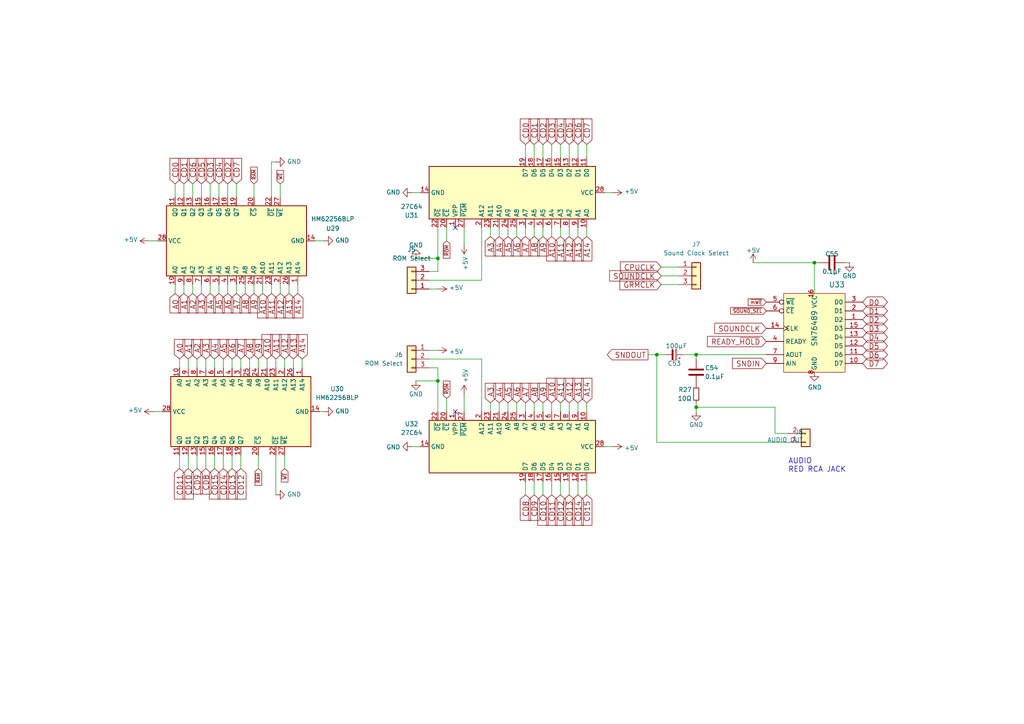
<source format=kicad_sch>
(kicad_sch
	(version 20231120)
	(generator "eeschema")
	(generator_version "8.0")
	(uuid "d1c3595d-d061-4c53-823c-19aa0d9a8865")
	(paper "A4")
	(title_block
		(title "TI-99/22")
		(date "2023-01-21")
		(rev "0.96")
		(company "Dan Werner - https://github.com/danwerner21/ti99_22")
		(comment 1 "Schematic for Keyboard, Joystick and Cassette port.")
		(comment 3 "was based on the HackMac KiCAD Design")
		(comment 4 "Based Robert Krenicki's design which")
		(comment 5 "Original - https://github.com/rkrenicki/TI99-Motherboard")
	)
	(lib_symbols
		(symbol "Connector_Generic:Conn_01x02"
			(pin_names
				(offset 1.016) hide)
			(exclude_from_sim no)
			(in_bom yes)
			(on_board yes)
			(property "Reference" "J"
				(at 0 2.54 0)
				(effects
					(font
						(size 1.27 1.27)
					)
				)
			)
			(property "Value" "Conn_01x02"
				(at 0 -5.08 0)
				(effects
					(font
						(size 1.27 1.27)
					)
				)
			)
			(property "Footprint" ""
				(at 0 0 0)
				(effects
					(font
						(size 1.27 1.27)
					)
					(hide yes)
				)
			)
			(property "Datasheet" "~"
				(at 0 0 0)
				(effects
					(font
						(size 1.27 1.27)
					)
					(hide yes)
				)
			)
			(property "Description" "Generic connector, single row, 01x02, script generated (kicad-library-utils/schlib/autogen/connector/)"
				(at 0 0 0)
				(effects
					(font
						(size 1.27 1.27)
					)
					(hide yes)
				)
			)
			(property "ki_keywords" "connector"
				(at 0 0 0)
				(effects
					(font
						(size 1.27 1.27)
					)
					(hide yes)
				)
			)
			(property "ki_fp_filters" "Connector*:*_1x??_*"
				(at 0 0 0)
				(effects
					(font
						(size 1.27 1.27)
					)
					(hide yes)
				)
			)
			(symbol "Conn_01x02_1_1"
				(rectangle
					(start -1.27 -2.413)
					(end 0 -2.667)
					(stroke
						(width 0.1524)
						(type default)
					)
					(fill
						(type none)
					)
				)
				(rectangle
					(start -1.27 0.127)
					(end 0 -0.127)
					(stroke
						(width 0.1524)
						(type default)
					)
					(fill
						(type none)
					)
				)
				(rectangle
					(start -1.27 1.27)
					(end 1.27 -3.81)
					(stroke
						(width 0.254)
						(type default)
					)
					(fill
						(type background)
					)
				)
				(pin passive line
					(at -5.08 0 0)
					(length 3.81)
					(name "Pin_1"
						(effects
							(font
								(size 1.27 1.27)
							)
						)
					)
					(number "1"
						(effects
							(font
								(size 1.27 1.27)
							)
						)
					)
				)
				(pin passive line
					(at -5.08 -2.54 0)
					(length 3.81)
					(name "Pin_2"
						(effects
							(font
								(size 1.27 1.27)
							)
						)
					)
					(number "2"
						(effects
							(font
								(size 1.27 1.27)
							)
						)
					)
				)
			)
		)
		(symbol "Connector_Generic:Conn_01x03"
			(pin_names
				(offset 1.016) hide)
			(exclude_from_sim no)
			(in_bom yes)
			(on_board yes)
			(property "Reference" "J"
				(at 0 5.08 0)
				(effects
					(font
						(size 1.27 1.27)
					)
				)
			)
			(property "Value" "Conn_01x03"
				(at 0 -5.08 0)
				(effects
					(font
						(size 1.27 1.27)
					)
				)
			)
			(property "Footprint" ""
				(at 0 0 0)
				(effects
					(font
						(size 1.27 1.27)
					)
					(hide yes)
				)
			)
			(property "Datasheet" "~"
				(at 0 0 0)
				(effects
					(font
						(size 1.27 1.27)
					)
					(hide yes)
				)
			)
			(property "Description" "Generic connector, single row, 01x03, script generated (kicad-library-utils/schlib/autogen/connector/)"
				(at 0 0 0)
				(effects
					(font
						(size 1.27 1.27)
					)
					(hide yes)
				)
			)
			(property "ki_keywords" "connector"
				(at 0 0 0)
				(effects
					(font
						(size 1.27 1.27)
					)
					(hide yes)
				)
			)
			(property "ki_fp_filters" "Connector*:*_1x??_*"
				(at 0 0 0)
				(effects
					(font
						(size 1.27 1.27)
					)
					(hide yes)
				)
			)
			(symbol "Conn_01x03_1_1"
				(rectangle
					(start -1.27 -2.413)
					(end 0 -2.667)
					(stroke
						(width 0.1524)
						(type default)
					)
					(fill
						(type none)
					)
				)
				(rectangle
					(start -1.27 0.127)
					(end 0 -0.127)
					(stroke
						(width 0.1524)
						(type default)
					)
					(fill
						(type none)
					)
				)
				(rectangle
					(start -1.27 2.667)
					(end 0 2.413)
					(stroke
						(width 0.1524)
						(type default)
					)
					(fill
						(type none)
					)
				)
				(rectangle
					(start -1.27 3.81)
					(end 1.27 -3.81)
					(stroke
						(width 0.254)
						(type default)
					)
					(fill
						(type background)
					)
				)
				(pin passive line
					(at -5.08 2.54 0)
					(length 3.81)
					(name "Pin_1"
						(effects
							(font
								(size 1.27 1.27)
							)
						)
					)
					(number "1"
						(effects
							(font
								(size 1.27 1.27)
							)
						)
					)
				)
				(pin passive line
					(at -5.08 0 0)
					(length 3.81)
					(name "Pin_2"
						(effects
							(font
								(size 1.27 1.27)
							)
						)
					)
					(number "2"
						(effects
							(font
								(size 1.27 1.27)
							)
						)
					)
				)
				(pin passive line
					(at -5.08 -2.54 0)
					(length 3.81)
					(name "Pin_3"
						(effects
							(font
								(size 1.27 1.27)
							)
						)
					)
					(number "3"
						(effects
							(font
								(size 1.27 1.27)
							)
						)
					)
				)
			)
		)
		(symbol "Custom:SN76489"
			(exclude_from_sim no)
			(in_bom yes)
			(on_board yes)
			(property "Reference" "U"
				(at 0 0 0)
				(effects
					(font
						(size 1.27 1.27)
					)
				)
			)
			(property "Value" ""
				(at 0 0 0)
				(effects
					(font
						(size 1.27 1.27)
					)
				)
			)
			(property "Footprint" ""
				(at 0 0 0)
				(effects
					(font
						(size 1.27 1.27)
					)
					(hide yes)
				)
			)
			(property "Datasheet" ""
				(at 0 0 0)
				(effects
					(font
						(size 1.27 1.27)
					)
					(hide yes)
				)
			)
			(property "Description" ""
				(at 0 0 0)
				(effects
					(font
						(size 1.27 1.27)
					)
					(hide yes)
				)
			)
			(symbol "SN76489_0_1"
				(rectangle
					(start -8.89 10.16)
					(end 8.89 -12.7)
					(stroke
						(width 0)
						(type default)
					)
					(fill
						(type background)
					)
				)
			)
			(symbol "SN76489_1_1"
				(pin bidirectional line
					(at 13.97 2.54 180)
					(length 5.08)
					(name "D2"
						(effects
							(font
								(size 1.27 1.27)
							)
						)
					)
					(number "1"
						(effects
							(font
								(size 1.27 1.27)
							)
						)
					)
				)
				(pin bidirectional line
					(at 13.97 -10.16 180)
					(length 5.08)
					(name "D7"
						(effects
							(font
								(size 1.27 1.27)
							)
						)
					)
					(number "10"
						(effects
							(font
								(size 1.27 1.27)
							)
						)
					)
				)
				(pin bidirectional line
					(at 13.97 -7.62 180)
					(length 5.08)
					(name "D6"
						(effects
							(font
								(size 1.27 1.27)
							)
						)
					)
					(number "11"
						(effects
							(font
								(size 1.27 1.27)
							)
						)
					)
				)
				(pin bidirectional line
					(at 13.97 -5.08 180)
					(length 5.08)
					(name "D5"
						(effects
							(font
								(size 1.27 1.27)
							)
						)
					)
					(number "12"
						(effects
							(font
								(size 1.27 1.27)
							)
						)
					)
				)
				(pin bidirectional line
					(at 13.97 -2.54 180)
					(length 5.08)
					(name "D4"
						(effects
							(font
								(size 1.27 1.27)
							)
						)
					)
					(number "13"
						(effects
							(font
								(size 1.27 1.27)
							)
						)
					)
				)
				(pin input clock
					(at -13.97 0 0)
					(length 5.08)
					(name "CLK"
						(effects
							(font
								(size 1.27 1.27)
							)
						)
					)
					(number "14"
						(effects
							(font
								(size 1.27 1.27)
							)
						)
					)
				)
				(pin bidirectional line
					(at 13.97 0 180)
					(length 5.08)
					(name "D3"
						(effects
							(font
								(size 1.27 1.27)
							)
						)
					)
					(number "15"
						(effects
							(font
								(size 1.27 1.27)
							)
						)
					)
				)
				(pin power_in line
					(at 0 10.16 270)
					(length 0)
					(name "VCC"
						(effects
							(font
								(size 1.27 1.27)
							)
						)
					)
					(number "16"
						(effects
							(font
								(size 1.27 1.27)
							)
						)
					)
				)
				(pin bidirectional line
					(at 13.97 5.08 180)
					(length 5.08)
					(name "D1"
						(effects
							(font
								(size 1.27 1.27)
							)
						)
					)
					(number "2"
						(effects
							(font
								(size 1.27 1.27)
							)
						)
					)
				)
				(pin bidirectional line
					(at 13.97 7.62 180)
					(length 5.08)
					(name "D0"
						(effects
							(font
								(size 1.27 1.27)
							)
						)
					)
					(number "3"
						(effects
							(font
								(size 1.27 1.27)
							)
						)
					)
				)
				(pin open_collector line
					(at -13.97 -3.81 0)
					(length 5.08)
					(name "READY"
						(effects
							(font
								(size 1.27 1.27)
							)
						)
					)
					(number "4"
						(effects
							(font
								(size 1.27 1.27)
							)
						)
					)
				)
				(pin input inverted
					(at -13.97 7.62 0)
					(length 5.08)
					(name "~{WE}"
						(effects
							(font
								(size 1.27 1.27)
							)
						)
					)
					(number "5"
						(effects
							(font
								(size 1.27 1.27)
							)
						)
					)
				)
				(pin input inverted
					(at -13.97 5.08 0)
					(length 5.08)
					(name "~{CE}"
						(effects
							(font
								(size 1.27 1.27)
							)
						)
					)
					(number "6"
						(effects
							(font
								(size 1.27 1.27)
							)
						)
					)
				)
				(pin output line
					(at -13.97 -7.62 0)
					(length 5.08)
					(name "AOUT"
						(effects
							(font
								(size 1.27 1.27)
							)
						)
					)
					(number "7"
						(effects
							(font
								(size 1.27 1.27)
							)
						)
					)
				)
				(pin power_in line
					(at 0 -12.7 90)
					(length 0)
					(name "GND"
						(effects
							(font
								(size 1.27 1.27)
							)
						)
					)
					(number "8"
						(effects
							(font
								(size 1.27 1.27)
							)
						)
					)
				)
				(pin input line
					(at -13.97 -10.16 0)
					(length 5.08)
					(name "AIN"
						(effects
							(font
								(size 1.27 1.27)
							)
						)
					)
					(number "9"
						(effects
							(font
								(size 1.27 1.27)
							)
						)
					)
				)
			)
		)
		(symbol "Device:C"
			(pin_numbers hide)
			(pin_names
				(offset 0.254)
			)
			(exclude_from_sim no)
			(in_bom yes)
			(on_board yes)
			(property "Reference" "C"
				(at 0.635 2.54 0)
				(effects
					(font
						(size 1.27 1.27)
					)
					(justify left)
				)
			)
			(property "Value" "C"
				(at 0.635 -2.54 0)
				(effects
					(font
						(size 1.27 1.27)
					)
					(justify left)
				)
			)
			(property "Footprint" ""
				(at 0.9652 -3.81 0)
				(effects
					(font
						(size 1.27 1.27)
					)
					(hide yes)
				)
			)
			(property "Datasheet" "~"
				(at 0 0 0)
				(effects
					(font
						(size 1.27 1.27)
					)
					(hide yes)
				)
			)
			(property "Description" "Unpolarized capacitor"
				(at 0 0 0)
				(effects
					(font
						(size 1.27 1.27)
					)
					(hide yes)
				)
			)
			(property "ki_keywords" "cap capacitor"
				(at 0 0 0)
				(effects
					(font
						(size 1.27 1.27)
					)
					(hide yes)
				)
			)
			(property "ki_fp_filters" "C_*"
				(at 0 0 0)
				(effects
					(font
						(size 1.27 1.27)
					)
					(hide yes)
				)
			)
			(symbol "C_0_1"
				(polyline
					(pts
						(xy -2.032 -0.762) (xy 2.032 -0.762)
					)
					(stroke
						(width 0.508)
						(type default)
					)
					(fill
						(type none)
					)
				)
				(polyline
					(pts
						(xy -2.032 0.762) (xy 2.032 0.762)
					)
					(stroke
						(width 0.508)
						(type default)
					)
					(fill
						(type none)
					)
				)
			)
			(symbol "C_1_1"
				(pin passive line
					(at 0 3.81 270)
					(length 2.794)
					(name "~"
						(effects
							(font
								(size 1.27 1.27)
							)
						)
					)
					(number "1"
						(effects
							(font
								(size 1.27 1.27)
							)
						)
					)
				)
				(pin passive line
					(at 0 -3.81 90)
					(length 2.794)
					(name "~"
						(effects
							(font
								(size 1.27 1.27)
							)
						)
					)
					(number "2"
						(effects
							(font
								(size 1.27 1.27)
							)
						)
					)
				)
			)
		)
		(symbol "Device:C_Polarized_Small"
			(pin_numbers hide)
			(pin_names
				(offset 0.254) hide)
			(exclude_from_sim no)
			(in_bom yes)
			(on_board yes)
			(property "Reference" "C"
				(at 0.254 1.778 0)
				(effects
					(font
						(size 1.27 1.27)
					)
					(justify left)
				)
			)
			(property "Value" "C_Polarized_Small"
				(at 0.254 -2.032 0)
				(effects
					(font
						(size 1.27 1.27)
					)
					(justify left)
				)
			)
			(property "Footprint" ""
				(at 0 0 0)
				(effects
					(font
						(size 1.27 1.27)
					)
					(hide yes)
				)
			)
			(property "Datasheet" "~"
				(at 0 0 0)
				(effects
					(font
						(size 1.27 1.27)
					)
					(hide yes)
				)
			)
			(property "Description" "Polarized capacitor, small symbol"
				(at 0 0 0)
				(effects
					(font
						(size 1.27 1.27)
					)
					(hide yes)
				)
			)
			(property "ki_keywords" "cap capacitor"
				(at 0 0 0)
				(effects
					(font
						(size 1.27 1.27)
					)
					(hide yes)
				)
			)
			(property "ki_fp_filters" "CP_*"
				(at 0 0 0)
				(effects
					(font
						(size 1.27 1.27)
					)
					(hide yes)
				)
			)
			(symbol "C_Polarized_Small_0_1"
				(rectangle
					(start -1.524 -0.3048)
					(end 1.524 -0.6858)
					(stroke
						(width 0)
						(type default)
					)
					(fill
						(type outline)
					)
				)
				(rectangle
					(start -1.524 0.6858)
					(end 1.524 0.3048)
					(stroke
						(width 0)
						(type default)
					)
					(fill
						(type none)
					)
				)
				(polyline
					(pts
						(xy -1.27 1.524) (xy -0.762 1.524)
					)
					(stroke
						(width 0)
						(type default)
					)
					(fill
						(type none)
					)
				)
				(polyline
					(pts
						(xy -1.016 1.27) (xy -1.016 1.778)
					)
					(stroke
						(width 0)
						(type default)
					)
					(fill
						(type none)
					)
				)
			)
			(symbol "C_Polarized_Small_1_1"
				(pin passive line
					(at 0 2.54 270)
					(length 1.8542)
					(name "~"
						(effects
							(font
								(size 1.27 1.27)
							)
						)
					)
					(number "1"
						(effects
							(font
								(size 1.27 1.27)
							)
						)
					)
				)
				(pin passive line
					(at 0 -2.54 90)
					(length 1.8542)
					(name "~"
						(effects
							(font
								(size 1.27 1.27)
							)
						)
					)
					(number "2"
						(effects
							(font
								(size 1.27 1.27)
							)
						)
					)
				)
			)
		)
		(symbol "Device:R_Small"
			(pin_numbers hide)
			(pin_names
				(offset 0.254) hide)
			(exclude_from_sim no)
			(in_bom yes)
			(on_board yes)
			(property "Reference" "R"
				(at 0.762 0.508 0)
				(effects
					(font
						(size 1.27 1.27)
					)
					(justify left)
				)
			)
			(property "Value" "R_Small"
				(at 0.762 -1.016 0)
				(effects
					(font
						(size 1.27 1.27)
					)
					(justify left)
				)
			)
			(property "Footprint" ""
				(at 0 0 0)
				(effects
					(font
						(size 1.27 1.27)
					)
					(hide yes)
				)
			)
			(property "Datasheet" "~"
				(at 0 0 0)
				(effects
					(font
						(size 1.27 1.27)
					)
					(hide yes)
				)
			)
			(property "Description" "Resistor, small symbol"
				(at 0 0 0)
				(effects
					(font
						(size 1.27 1.27)
					)
					(hide yes)
				)
			)
			(property "ki_keywords" "R resistor"
				(at 0 0 0)
				(effects
					(font
						(size 1.27 1.27)
					)
					(hide yes)
				)
			)
			(property "ki_fp_filters" "R_*"
				(at 0 0 0)
				(effects
					(font
						(size 1.27 1.27)
					)
					(hide yes)
				)
			)
			(symbol "R_Small_0_1"
				(rectangle
					(start -0.762 1.778)
					(end 0.762 -1.778)
					(stroke
						(width 0.2032)
						(type default)
					)
					(fill
						(type none)
					)
				)
			)
			(symbol "R_Small_1_1"
				(pin passive line
					(at 0 2.54 270)
					(length 0.762)
					(name "~"
						(effects
							(font
								(size 1.27 1.27)
							)
						)
					)
					(number "1"
						(effects
							(font
								(size 1.27 1.27)
							)
						)
					)
				)
				(pin passive line
					(at 0 -2.54 90)
					(length 0.762)
					(name "~"
						(effects
							(font
								(size 1.27 1.27)
							)
						)
					)
					(number "2"
						(effects
							(font
								(size 1.27 1.27)
							)
						)
					)
				)
			)
		)
		(symbol "Memory_EPROM:27C64"
			(exclude_from_sim no)
			(in_bom yes)
			(on_board yes)
			(property "Reference" "U"
				(at -7.62 24.13 0)
				(effects
					(font
						(size 1.27 1.27)
					)
				)
			)
			(property "Value" "27C64"
				(at 2.54 -26.67 0)
				(effects
					(font
						(size 1.27 1.27)
					)
					(justify left)
				)
			)
			(property "Footprint" "Package_DIP:DIP-28_W15.24mm"
				(at 0 0 0)
				(effects
					(font
						(size 1.27 1.27)
					)
					(hide yes)
				)
			)
			(property "Datasheet" "http://ww1.microchip.com/downloads/en/DeviceDoc/11107M.pdf"
				(at 0 0 0)
				(effects
					(font
						(size 1.27 1.27)
					)
					(hide yes)
				)
			)
			(property "Description" "OTP EPROM 64 KiBit, [Obsolete 2004-01]"
				(at 0 0 0)
				(effects
					(font
						(size 1.27 1.27)
					)
					(hide yes)
				)
			)
			(property "ki_keywords" "OTP EPROM 64KiBit"
				(at 0 0 0)
				(effects
					(font
						(size 1.27 1.27)
					)
					(hide yes)
				)
			)
			(property "ki_fp_filters" "DIP*W15.24mm*"
				(at 0 0 0)
				(effects
					(font
						(size 1.27 1.27)
					)
					(hide yes)
				)
			)
			(symbol "27C64_1_1"
				(rectangle
					(start -7.62 22.86)
					(end 7.62 -25.4)
					(stroke
						(width 0.254)
						(type default)
					)
					(fill
						(type background)
					)
				)
				(pin input line
					(at -10.16 -17.78 0)
					(length 2.54)
					(name "VPP"
						(effects
							(font
								(size 1.27 1.27)
							)
						)
					)
					(number "1"
						(effects
							(font
								(size 1.27 1.27)
							)
						)
					)
				)
				(pin input line
					(at -10.16 20.32 0)
					(length 2.54)
					(name "A0"
						(effects
							(font
								(size 1.27 1.27)
							)
						)
					)
					(number "10"
						(effects
							(font
								(size 1.27 1.27)
							)
						)
					)
				)
				(pin tri_state line
					(at 10.16 20.32 180)
					(length 2.54)
					(name "D0"
						(effects
							(font
								(size 1.27 1.27)
							)
						)
					)
					(number "11"
						(effects
							(font
								(size 1.27 1.27)
							)
						)
					)
				)
				(pin tri_state line
					(at 10.16 17.78 180)
					(length 2.54)
					(name "D1"
						(effects
							(font
								(size 1.27 1.27)
							)
						)
					)
					(number "12"
						(effects
							(font
								(size 1.27 1.27)
							)
						)
					)
				)
				(pin tri_state line
					(at 10.16 15.24 180)
					(length 2.54)
					(name "D2"
						(effects
							(font
								(size 1.27 1.27)
							)
						)
					)
					(number "13"
						(effects
							(font
								(size 1.27 1.27)
							)
						)
					)
				)
				(pin power_in line
					(at 0 -27.94 90)
					(length 2.54)
					(name "GND"
						(effects
							(font
								(size 1.27 1.27)
							)
						)
					)
					(number "14"
						(effects
							(font
								(size 1.27 1.27)
							)
						)
					)
				)
				(pin tri_state line
					(at 10.16 12.7 180)
					(length 2.54)
					(name "D3"
						(effects
							(font
								(size 1.27 1.27)
							)
						)
					)
					(number "15"
						(effects
							(font
								(size 1.27 1.27)
							)
						)
					)
				)
				(pin tri_state line
					(at 10.16 10.16 180)
					(length 2.54)
					(name "D4"
						(effects
							(font
								(size 1.27 1.27)
							)
						)
					)
					(number "16"
						(effects
							(font
								(size 1.27 1.27)
							)
						)
					)
				)
				(pin tri_state line
					(at 10.16 7.62 180)
					(length 2.54)
					(name "D5"
						(effects
							(font
								(size 1.27 1.27)
							)
						)
					)
					(number "17"
						(effects
							(font
								(size 1.27 1.27)
							)
						)
					)
				)
				(pin tri_state line
					(at 10.16 5.08 180)
					(length 2.54)
					(name "D6"
						(effects
							(font
								(size 1.27 1.27)
							)
						)
					)
					(number "18"
						(effects
							(font
								(size 1.27 1.27)
							)
						)
					)
				)
				(pin tri_state line
					(at 10.16 2.54 180)
					(length 2.54)
					(name "D7"
						(effects
							(font
								(size 1.27 1.27)
							)
						)
					)
					(number "19"
						(effects
							(font
								(size 1.27 1.27)
							)
						)
					)
				)
				(pin input line
					(at -10.16 -10.16 0)
					(length 2.54)
					(name "A12"
						(effects
							(font
								(size 1.27 1.27)
							)
						)
					)
					(number "2"
						(effects
							(font
								(size 1.27 1.27)
							)
						)
					)
				)
				(pin input line
					(at -10.16 -20.32 0)
					(length 2.54)
					(name "~{CE}"
						(effects
							(font
								(size 1.27 1.27)
							)
						)
					)
					(number "20"
						(effects
							(font
								(size 1.27 1.27)
							)
						)
					)
				)
				(pin input line
					(at -10.16 -5.08 0)
					(length 2.54)
					(name "A10"
						(effects
							(font
								(size 1.27 1.27)
							)
						)
					)
					(number "21"
						(effects
							(font
								(size 1.27 1.27)
							)
						)
					)
				)
				(pin input line
					(at -10.16 -22.86 0)
					(length 2.54)
					(name "~{OE}"
						(effects
							(font
								(size 1.27 1.27)
							)
						)
					)
					(number "22"
						(effects
							(font
								(size 1.27 1.27)
							)
						)
					)
				)
				(pin input line
					(at -10.16 -7.62 0)
					(length 2.54)
					(name "A11"
						(effects
							(font
								(size 1.27 1.27)
							)
						)
					)
					(number "23"
						(effects
							(font
								(size 1.27 1.27)
							)
						)
					)
				)
				(pin input line
					(at -10.16 -2.54 0)
					(length 2.54)
					(name "A9"
						(effects
							(font
								(size 1.27 1.27)
							)
						)
					)
					(number "24"
						(effects
							(font
								(size 1.27 1.27)
							)
						)
					)
				)
				(pin input line
					(at -10.16 0 0)
					(length 2.54)
					(name "A8"
						(effects
							(font
								(size 1.27 1.27)
							)
						)
					)
					(number "25"
						(effects
							(font
								(size 1.27 1.27)
							)
						)
					)
				)
				(pin no_connect line
					(at 7.62 0 180)
					(length 2.54) hide
					(name "NC"
						(effects
							(font
								(size 1.27 1.27)
							)
						)
					)
					(number "26"
						(effects
							(font
								(size 1.27 1.27)
							)
						)
					)
				)
				(pin input line
					(at -10.16 -15.24 0)
					(length 2.54)
					(name "~{PGM}"
						(effects
							(font
								(size 1.27 1.27)
							)
						)
					)
					(number "27"
						(effects
							(font
								(size 1.27 1.27)
							)
						)
					)
				)
				(pin power_in line
					(at 0 25.4 270)
					(length 2.54)
					(name "VCC"
						(effects
							(font
								(size 1.27 1.27)
							)
						)
					)
					(number "28"
						(effects
							(font
								(size 1.27 1.27)
							)
						)
					)
				)
				(pin input line
					(at -10.16 2.54 0)
					(length 2.54)
					(name "A7"
						(effects
							(font
								(size 1.27 1.27)
							)
						)
					)
					(number "3"
						(effects
							(font
								(size 1.27 1.27)
							)
						)
					)
				)
				(pin input line
					(at -10.16 5.08 0)
					(length 2.54)
					(name "A6"
						(effects
							(font
								(size 1.27 1.27)
							)
						)
					)
					(number "4"
						(effects
							(font
								(size 1.27 1.27)
							)
						)
					)
				)
				(pin input line
					(at -10.16 7.62 0)
					(length 2.54)
					(name "A5"
						(effects
							(font
								(size 1.27 1.27)
							)
						)
					)
					(number "5"
						(effects
							(font
								(size 1.27 1.27)
							)
						)
					)
				)
				(pin input line
					(at -10.16 10.16 0)
					(length 2.54)
					(name "A4"
						(effects
							(font
								(size 1.27 1.27)
							)
						)
					)
					(number "6"
						(effects
							(font
								(size 1.27 1.27)
							)
						)
					)
				)
				(pin input line
					(at -10.16 12.7 0)
					(length 2.54)
					(name "A3"
						(effects
							(font
								(size 1.27 1.27)
							)
						)
					)
					(number "7"
						(effects
							(font
								(size 1.27 1.27)
							)
						)
					)
				)
				(pin input line
					(at -10.16 15.24 0)
					(length 2.54)
					(name "A2"
						(effects
							(font
								(size 1.27 1.27)
							)
						)
					)
					(number "8"
						(effects
							(font
								(size 1.27 1.27)
							)
						)
					)
				)
				(pin input line
					(at -10.16 17.78 0)
					(length 2.54)
					(name "A1"
						(effects
							(font
								(size 1.27 1.27)
							)
						)
					)
					(number "9"
						(effects
							(font
								(size 1.27 1.27)
							)
						)
					)
				)
			)
		)
		(symbol "Memory_RAM:HM62256BLP"
			(exclude_from_sim no)
			(in_bom yes)
			(on_board yes)
			(property "Reference" "U"
				(at -10.16 20.955 0)
				(effects
					(font
						(size 1.27 1.27)
					)
					(justify left bottom)
				)
			)
			(property "Value" "HM62256BLP"
				(at 2.54 20.955 0)
				(effects
					(font
						(size 1.27 1.27)
					)
					(justify left bottom)
				)
			)
			(property "Footprint" "Package_DIP:DIP-28_W15.24mm"
				(at 0 -2.54 0)
				(effects
					(font
						(size 1.27 1.27)
					)
					(hide yes)
				)
			)
			(property "Datasheet" "https://web.mit.edu/6.115/www/document/62256.pdf"
				(at 0 -2.54 0)
				(effects
					(font
						(size 1.27 1.27)
					)
					(hide yes)
				)
			)
			(property "Description" "32,768-word × 8-bit High Speed CMOS Static RAM, 70ns, DIP-28"
				(at 0 0 0)
				(effects
					(font
						(size 1.27 1.27)
					)
					(hide yes)
				)
			)
			(property "ki_keywords" "RAM SRAM CMOS MEMORY"
				(at 0 0 0)
				(effects
					(font
						(size 1.27 1.27)
					)
					(hide yes)
				)
			)
			(property "ki_fp_filters" "DIP*W15.24mm*"
				(at 0 0 0)
				(effects
					(font
						(size 1.27 1.27)
					)
					(hide yes)
				)
			)
			(symbol "HM62256BLP_0_0"
				(pin power_in line
					(at 0 -22.86 90)
					(length 2.54)
					(name "GND"
						(effects
							(font
								(size 1.27 1.27)
							)
						)
					)
					(number "14"
						(effects
							(font
								(size 1.27 1.27)
							)
						)
					)
				)
				(pin power_in line
					(at 0 22.86 270)
					(length 2.54)
					(name "VCC"
						(effects
							(font
								(size 1.27 1.27)
							)
						)
					)
					(number "28"
						(effects
							(font
								(size 1.27 1.27)
							)
						)
					)
				)
			)
			(symbol "HM62256BLP_0_1"
				(rectangle
					(start -10.16 20.32)
					(end 10.16 -20.32)
					(stroke
						(width 0.254)
						(type default)
					)
					(fill
						(type background)
					)
				)
			)
			(symbol "HM62256BLP_1_1"
				(pin input line
					(at -12.7 -17.78 0)
					(length 2.54)
					(name "A14"
						(effects
							(font
								(size 1.27 1.27)
							)
						)
					)
					(number "1"
						(effects
							(font
								(size 1.27 1.27)
							)
						)
					)
				)
				(pin input line
					(at -12.7 17.78 0)
					(length 2.54)
					(name "A0"
						(effects
							(font
								(size 1.27 1.27)
							)
						)
					)
					(number "10"
						(effects
							(font
								(size 1.27 1.27)
							)
						)
					)
				)
				(pin tri_state line
					(at 12.7 17.78 180)
					(length 2.54)
					(name "Q0"
						(effects
							(font
								(size 1.27 1.27)
							)
						)
					)
					(number "11"
						(effects
							(font
								(size 1.27 1.27)
							)
						)
					)
				)
				(pin tri_state line
					(at 12.7 15.24 180)
					(length 2.54)
					(name "Q1"
						(effects
							(font
								(size 1.27 1.27)
							)
						)
					)
					(number "12"
						(effects
							(font
								(size 1.27 1.27)
							)
						)
					)
				)
				(pin tri_state line
					(at 12.7 12.7 180)
					(length 2.54)
					(name "Q2"
						(effects
							(font
								(size 1.27 1.27)
							)
						)
					)
					(number "13"
						(effects
							(font
								(size 1.27 1.27)
							)
						)
					)
				)
				(pin tri_state line
					(at 12.7 10.16 180)
					(length 2.54)
					(name "Q3"
						(effects
							(font
								(size 1.27 1.27)
							)
						)
					)
					(number "15"
						(effects
							(font
								(size 1.27 1.27)
							)
						)
					)
				)
				(pin tri_state line
					(at 12.7 7.62 180)
					(length 2.54)
					(name "Q4"
						(effects
							(font
								(size 1.27 1.27)
							)
						)
					)
					(number "16"
						(effects
							(font
								(size 1.27 1.27)
							)
						)
					)
				)
				(pin tri_state line
					(at 12.7 5.08 180)
					(length 2.54)
					(name "Q5"
						(effects
							(font
								(size 1.27 1.27)
							)
						)
					)
					(number "17"
						(effects
							(font
								(size 1.27 1.27)
							)
						)
					)
				)
				(pin tri_state line
					(at 12.7 2.54 180)
					(length 2.54)
					(name "Q6"
						(effects
							(font
								(size 1.27 1.27)
							)
						)
					)
					(number "18"
						(effects
							(font
								(size 1.27 1.27)
							)
						)
					)
				)
				(pin tri_state line
					(at 12.7 0 180)
					(length 2.54)
					(name "Q7"
						(effects
							(font
								(size 1.27 1.27)
							)
						)
					)
					(number "19"
						(effects
							(font
								(size 1.27 1.27)
							)
						)
					)
				)
				(pin input line
					(at -12.7 -12.7 0)
					(length 2.54)
					(name "A12"
						(effects
							(font
								(size 1.27 1.27)
							)
						)
					)
					(number "2"
						(effects
							(font
								(size 1.27 1.27)
							)
						)
					)
				)
				(pin input line
					(at 12.7 -5.08 180)
					(length 2.54)
					(name "~{CS}"
						(effects
							(font
								(size 1.27 1.27)
							)
						)
					)
					(number "20"
						(effects
							(font
								(size 1.27 1.27)
							)
						)
					)
				)
				(pin input line
					(at -12.7 -7.62 0)
					(length 2.54)
					(name "A10"
						(effects
							(font
								(size 1.27 1.27)
							)
						)
					)
					(number "21"
						(effects
							(font
								(size 1.27 1.27)
							)
						)
					)
				)
				(pin input line
					(at 12.7 -10.16 180)
					(length 2.54)
					(name "~{OE}"
						(effects
							(font
								(size 1.27 1.27)
							)
						)
					)
					(number "22"
						(effects
							(font
								(size 1.27 1.27)
							)
						)
					)
				)
				(pin input line
					(at -12.7 -10.16 0)
					(length 2.54)
					(name "A11"
						(effects
							(font
								(size 1.27 1.27)
							)
						)
					)
					(number "23"
						(effects
							(font
								(size 1.27 1.27)
							)
						)
					)
				)
				(pin input line
					(at -12.7 -5.08 0)
					(length 2.54)
					(name "A9"
						(effects
							(font
								(size 1.27 1.27)
							)
						)
					)
					(number "24"
						(effects
							(font
								(size 1.27 1.27)
							)
						)
					)
				)
				(pin input line
					(at -12.7 -2.54 0)
					(length 2.54)
					(name "A8"
						(effects
							(font
								(size 1.27 1.27)
							)
						)
					)
					(number "25"
						(effects
							(font
								(size 1.27 1.27)
							)
						)
					)
				)
				(pin input line
					(at -12.7 -15.24 0)
					(length 2.54)
					(name "A13"
						(effects
							(font
								(size 1.27 1.27)
							)
						)
					)
					(number "26"
						(effects
							(font
								(size 1.27 1.27)
							)
						)
					)
				)
				(pin input line
					(at 12.7 -12.7 180)
					(length 2.54)
					(name "~{WE}"
						(effects
							(font
								(size 1.27 1.27)
							)
						)
					)
					(number "27"
						(effects
							(font
								(size 1.27 1.27)
							)
						)
					)
				)
				(pin input line
					(at -12.7 0 0)
					(length 2.54)
					(name "A7"
						(effects
							(font
								(size 1.27 1.27)
							)
						)
					)
					(number "3"
						(effects
							(font
								(size 1.27 1.27)
							)
						)
					)
				)
				(pin input line
					(at -12.7 2.54 0)
					(length 2.54)
					(name "A6"
						(effects
							(font
								(size 1.27 1.27)
							)
						)
					)
					(number "4"
						(effects
							(font
								(size 1.27 1.27)
							)
						)
					)
				)
				(pin input line
					(at -12.7 5.08 0)
					(length 2.54)
					(name "A5"
						(effects
							(font
								(size 1.27 1.27)
							)
						)
					)
					(number "5"
						(effects
							(font
								(size 1.27 1.27)
							)
						)
					)
				)
				(pin input line
					(at -12.7 7.62 0)
					(length 2.54)
					(name "A4"
						(effects
							(font
								(size 1.27 1.27)
							)
						)
					)
					(number "6"
						(effects
							(font
								(size 1.27 1.27)
							)
						)
					)
				)
				(pin input line
					(at -12.7 10.16 0)
					(length 2.54)
					(name "A3"
						(effects
							(font
								(size 1.27 1.27)
							)
						)
					)
					(number "7"
						(effects
							(font
								(size 1.27 1.27)
							)
						)
					)
				)
				(pin input line
					(at -12.7 12.7 0)
					(length 2.54)
					(name "A2"
						(effects
							(font
								(size 1.27 1.27)
							)
						)
					)
					(number "8"
						(effects
							(font
								(size 1.27 1.27)
							)
						)
					)
				)
				(pin input line
					(at -12.7 15.24 0)
					(length 2.54)
					(name "A1"
						(effects
							(font
								(size 1.27 1.27)
							)
						)
					)
					(number "9"
						(effects
							(font
								(size 1.27 1.27)
							)
						)
					)
				)
			)
		)
		(symbol "power:+5V"
			(power)
			(pin_numbers hide)
			(pin_names
				(offset 0) hide)
			(exclude_from_sim no)
			(in_bom yes)
			(on_board yes)
			(property "Reference" "#PWR"
				(at 0 -3.81 0)
				(effects
					(font
						(size 1.27 1.27)
					)
					(hide yes)
				)
			)
			(property "Value" "+5V"
				(at 0 3.556 0)
				(effects
					(font
						(size 1.27 1.27)
					)
				)
			)
			(property "Footprint" ""
				(at 0 0 0)
				(effects
					(font
						(size 1.27 1.27)
					)
					(hide yes)
				)
			)
			(property "Datasheet" ""
				(at 0 0 0)
				(effects
					(font
						(size 1.27 1.27)
					)
					(hide yes)
				)
			)
			(property "Description" "Power symbol creates a global label with name \"+5V\""
				(at 0 0 0)
				(effects
					(font
						(size 1.27 1.27)
					)
					(hide yes)
				)
			)
			(property "ki_keywords" "global power"
				(at 0 0 0)
				(effects
					(font
						(size 1.27 1.27)
					)
					(hide yes)
				)
			)
			(symbol "+5V_0_1"
				(polyline
					(pts
						(xy -0.762 1.27) (xy 0 2.54)
					)
					(stroke
						(width 0)
						(type default)
					)
					(fill
						(type none)
					)
				)
				(polyline
					(pts
						(xy 0 0) (xy 0 2.54)
					)
					(stroke
						(width 0)
						(type default)
					)
					(fill
						(type none)
					)
				)
				(polyline
					(pts
						(xy 0 2.54) (xy 0.762 1.27)
					)
					(stroke
						(width 0)
						(type default)
					)
					(fill
						(type none)
					)
				)
			)
			(symbol "+5V_1_1"
				(pin power_in line
					(at 0 0 90)
					(length 0)
					(name "~"
						(effects
							(font
								(size 1.27 1.27)
							)
						)
					)
					(number "1"
						(effects
							(font
								(size 1.27 1.27)
							)
						)
					)
				)
			)
		)
		(symbol "power:GND"
			(power)
			(pin_numbers hide)
			(pin_names
				(offset 0) hide)
			(exclude_from_sim no)
			(in_bom yes)
			(on_board yes)
			(property "Reference" "#PWR"
				(at 0 -6.35 0)
				(effects
					(font
						(size 1.27 1.27)
					)
					(hide yes)
				)
			)
			(property "Value" "GND"
				(at 0 -3.81 0)
				(effects
					(font
						(size 1.27 1.27)
					)
				)
			)
			(property "Footprint" ""
				(at 0 0 0)
				(effects
					(font
						(size 1.27 1.27)
					)
					(hide yes)
				)
			)
			(property "Datasheet" ""
				(at 0 0 0)
				(effects
					(font
						(size 1.27 1.27)
					)
					(hide yes)
				)
			)
			(property "Description" "Power symbol creates a global label with name \"GND\" , ground"
				(at 0 0 0)
				(effects
					(font
						(size 1.27 1.27)
					)
					(hide yes)
				)
			)
			(property "ki_keywords" "global power"
				(at 0 0 0)
				(effects
					(font
						(size 1.27 1.27)
					)
					(hide yes)
				)
			)
			(symbol "GND_0_1"
				(polyline
					(pts
						(xy 0 0) (xy 0 -1.27) (xy 1.27 -1.27) (xy 0 -2.54) (xy -1.27 -1.27) (xy 0 -1.27)
					)
					(stroke
						(width 0)
						(type default)
					)
					(fill
						(type none)
					)
				)
			)
			(symbol "GND_1_1"
				(pin power_in line
					(at 0 0 270)
					(length 0)
					(name "~"
						(effects
							(font
								(size 1.27 1.27)
							)
						)
					)
					(number "1"
						(effects
							(font
								(size 1.27 1.27)
							)
						)
					)
				)
			)
		)
	)
	(junction
		(at 190.5 102.87)
		(diameter 0)
		(color 0 0 0 0)
		(uuid "2fb13eea-01f9-47ae-9ae7-70f2c634e479")
	)
	(junction
		(at 201.93 118.11)
		(diameter 0)
		(color 0 0 0 0)
		(uuid "4faa44fd-a1ee-4ebd-877f-e4dd58668781")
	)
	(junction
		(at 127 110.49)
		(diameter 0)
		(color 0 0 0 0)
		(uuid "94aee5af-4ef9-4f93-936c-f816318b1fe6")
	)
	(junction
		(at 236.22 76.2)
		(diameter 0)
		(color 0 0 0 0)
		(uuid "a8da9ef4-a086-42d2-accc-02b130512ad1")
	)
	(junction
		(at 127 74.93)
		(diameter 0)
		(color 0 0 0 0)
		(uuid "e96ae856-5ec4-40af-9304-4081478dbceb")
	)
	(junction
		(at 201.93 102.87)
		(diameter 0)
		(color 0 0 0 0)
		(uuid "f5c03b4d-f994-40d6-90bd-ba506dcefe9f")
	)
	(no_connect
		(at 132.08 66.04)
		(uuid "58990285-4dd3-4589-bc17-a4011d53f362")
	)
	(no_connect
		(at 132.08 119.38)
		(uuid "783e8f85-417d-4ea9-ba34-de5c2a1f51f9")
	)
	(wire
		(pts
			(xy 170.18 139.7) (xy 170.18 143.51)
		)
		(stroke
			(width 0)
			(type default)
		)
		(uuid "00932b93-db01-428d-9cb6-7e65e0a88e7f")
	)
	(wire
		(pts
			(xy 83.82 82.55) (xy 83.82 85.09)
		)
		(stroke
			(width 0)
			(type default)
		)
		(uuid "045c3208-6580-4d1e-b4ba-cb5e79acfff4")
	)
	(wire
		(pts
			(xy 43.18 69.85) (xy 45.72 69.85)
		)
		(stroke
			(width 0)
			(type default)
		)
		(uuid "09429721-a4e1-48a1-993a-c71d5b6d8e6b")
	)
	(wire
		(pts
			(xy 139.7 119.38) (xy 139.7 104.14)
		)
		(stroke
			(width 0)
			(type default)
		)
		(uuid "094b6249-2327-4bfd-8c5c-5f7455d8356a")
	)
	(wire
		(pts
			(xy 60.96 53.34) (xy 60.96 57.15)
		)
		(stroke
			(width 0)
			(type default)
		)
		(uuid "0bc44259-ef3c-47a5-b3d7-82eb4cd64236")
	)
	(wire
		(pts
			(xy 162.56 68.58) (xy 162.56 66.04)
		)
		(stroke
			(width 0)
			(type default)
		)
		(uuid "0bc4aa45-64a1-4af6-b096-c530d48675d4")
	)
	(wire
		(pts
			(xy 55.88 53.34) (xy 55.88 57.15)
		)
		(stroke
			(width 0)
			(type default)
		)
		(uuid "0d630fb6-3fde-4c5d-aef4-8a5b94303db2")
	)
	(wire
		(pts
			(xy 165.1 116.84) (xy 165.1 119.38)
		)
		(stroke
			(width 0)
			(type default)
		)
		(uuid "0e45a548-5284-40c6-9ddb-38c053a0c474")
	)
	(wire
		(pts
			(xy 86.36 82.55) (xy 86.36 85.09)
		)
		(stroke
			(width 0)
			(type default)
		)
		(uuid "13d60ed7-066e-48cb-91cd-32d37b8f20be")
	)
	(wire
		(pts
			(xy 157.48 139.7) (xy 157.48 143.51)
		)
		(stroke
			(width 0)
			(type default)
		)
		(uuid "143c5d10-0b30-40a4-8a5e-72a59f4dc6ac")
	)
	(wire
		(pts
			(xy 119.38 55.88) (xy 121.92 55.88)
		)
		(stroke
			(width 0)
			(type default)
		)
		(uuid "16042a30-8168-4251-8d92-3f20481d53d5")
	)
	(wire
		(pts
			(xy 170.18 116.84) (xy 170.18 119.38)
		)
		(stroke
			(width 0)
			(type default)
		)
		(uuid "189c7619-8c62-48df-ad5c-023a34ca8a92")
	)
	(wire
		(pts
			(xy 167.64 116.84) (xy 167.64 119.38)
		)
		(stroke
			(width 0)
			(type default)
		)
		(uuid "1ae8743a-4ad1-4320-90ab-c6658b99ab4a")
	)
	(wire
		(pts
			(xy 60.96 82.55) (xy 60.96 85.09)
		)
		(stroke
			(width 0)
			(type default)
		)
		(uuid "1c5593e1-09c1-4102-9468-29f894acce14")
	)
	(wire
		(pts
			(xy 127 74.93) (xy 127 66.04)
		)
		(stroke
			(width 0)
			(type default)
		)
		(uuid "1d3dd064-cd2b-42ae-811e-672932b15684")
	)
	(wire
		(pts
			(xy 198.12 102.87) (xy 201.93 102.87)
		)
		(stroke
			(width 0)
			(type default)
		)
		(uuid "1e362064-1c5c-469c-8576-28390879d190")
	)
	(wire
		(pts
			(xy 119.38 129.54) (xy 121.92 129.54)
		)
		(stroke
			(width 0)
			(type default)
		)
		(uuid "248448df-e5c2-4031-b2f1-272167ab0e97")
	)
	(wire
		(pts
			(xy 57.15 132.08) (xy 57.15 135.89)
		)
		(stroke
			(width 0)
			(type default)
		)
		(uuid "24c5f8fe-1856-4902-9ffc-ba128dd5c66c")
	)
	(wire
		(pts
			(xy 68.58 53.34) (xy 68.58 57.15)
		)
		(stroke
			(width 0)
			(type default)
		)
		(uuid "29a71eb5-614f-4187-bde7-b84ef356da9b")
	)
	(wire
		(pts
			(xy 82.55 104.14) (xy 82.55 106.68)
		)
		(stroke
			(width 0)
			(type default)
		)
		(uuid "2bad57b5-8cbf-49fb-bd88-32515ddfc934")
	)
	(wire
		(pts
			(xy 162.56 41.91) (xy 162.56 45.72)
		)
		(stroke
			(width 0)
			(type default)
		)
		(uuid "2d4ec524-a50a-4f6d-86c5-0d5ed8d19aa9")
	)
	(wire
		(pts
			(xy 69.85 104.14) (xy 69.85 106.68)
		)
		(stroke
			(width 0)
			(type default)
		)
		(uuid "2eb7aa78-dcc6-4f22-ab9b-3683f845bb6d")
	)
	(wire
		(pts
			(xy 201.93 102.87) (xy 201.93 104.14)
		)
		(stroke
			(width 0)
			(type default)
		)
		(uuid "2fb0a6a9-6700-4b7f-8b77-dca5ff97ed4c")
	)
	(wire
		(pts
			(xy 80.01 132.08) (xy 80.01 143.51)
		)
		(stroke
			(width 0)
			(type default)
		)
		(uuid "325ba71d-be0c-4a2a-80b1-9bf95ee47f92")
	)
	(wire
		(pts
			(xy 152.4 116.84) (xy 152.4 119.38)
		)
		(stroke
			(width 0)
			(type default)
		)
		(uuid "327b2918-e266-4fd2-aa85-696bbdd34e79")
	)
	(wire
		(pts
			(xy 144.78 68.58) (xy 144.78 66.04)
		)
		(stroke
			(width 0)
			(type default)
		)
		(uuid "350b101c-ddfe-45b9-b595-51dd8bda8401")
	)
	(wire
		(pts
			(xy 162.56 139.7) (xy 162.56 143.51)
		)
		(stroke
			(width 0)
			(type default)
		)
		(uuid "36cf0750-2455-4f31-b685-cbeffe098972")
	)
	(wire
		(pts
			(xy 147.32 68.58) (xy 147.32 66.04)
		)
		(stroke
			(width 0)
			(type default)
		)
		(uuid "379f1baf-2775-4da6-9050-2829bffbfe77")
	)
	(wire
		(pts
			(xy 85.09 104.14) (xy 85.09 106.68)
		)
		(stroke
			(width 0)
			(type default)
		)
		(uuid "37a9409c-a687-4645-9c09-2b07236f280a")
	)
	(wire
		(pts
			(xy 139.7 81.28) (xy 124.46 81.28)
		)
		(stroke
			(width 0)
			(type default)
		)
		(uuid "3a297523-cf05-4b76-93bb-b275cdae032d")
	)
	(wire
		(pts
			(xy 154.94 68.58) (xy 154.94 66.04)
		)
		(stroke
			(width 0)
			(type default)
		)
		(uuid "3ea008f6-0071-4754-8915-cb5462bff888")
	)
	(wire
		(pts
			(xy 78.74 46.99) (xy 80.01 46.99)
		)
		(stroke
			(width 0)
			(type default)
		)
		(uuid "3f1767b4-3b7f-4791-ba20-07443dbb36fd")
	)
	(wire
		(pts
			(xy 152.4 68.58) (xy 152.4 66.04)
		)
		(stroke
			(width 0)
			(type default)
		)
		(uuid "4111763d-feb8-487c-94f4-723b2316f4b0")
	)
	(wire
		(pts
			(xy 134.62 71.12) (xy 134.62 66.04)
		)
		(stroke
			(width 0)
			(type default)
		)
		(uuid "423f2a39-d409-49ed-ae7e-6383d640ded7")
	)
	(wire
		(pts
			(xy 190.5 128.27) (xy 190.5 102.87)
		)
		(stroke
			(width 0)
			(type default)
		)
		(uuid "42a81fc7-c470-44e8-af95-3f204e7843ec")
	)
	(wire
		(pts
			(xy 224.79 125.73) (xy 224.79 118.11)
		)
		(stroke
			(width 0)
			(type default)
		)
		(uuid "437f565f-37a4-4337-8fa2-05700a10e8fe")
	)
	(wire
		(pts
			(xy 201.93 116.84) (xy 201.93 118.11)
		)
		(stroke
			(width 0)
			(type default)
		)
		(uuid "43cc948b-7aa9-4530-a448-911bd0e35fae")
	)
	(wire
		(pts
			(xy 160.02 41.91) (xy 160.02 45.72)
		)
		(stroke
			(width 0)
			(type default)
		)
		(uuid "444814ee-edf8-4387-a52d-a3560489f20d")
	)
	(wire
		(pts
			(xy 62.23 132.08) (xy 62.23 135.89)
		)
		(stroke
			(width 0)
			(type default)
		)
		(uuid "45ec2b51-7b65-40a6-a0ae-205c9df0f27d")
	)
	(wire
		(pts
			(xy 142.24 116.84) (xy 142.24 119.38)
		)
		(stroke
			(width 0)
			(type default)
		)
		(uuid "47c439e0-03c8-4067-85a0-f4bd75d74e9f")
	)
	(wire
		(pts
			(xy 142.24 68.58) (xy 142.24 66.04)
		)
		(stroke
			(width 0)
			(type default)
		)
		(uuid "48a9da20-5753-47fa-b696-d46d06759a37")
	)
	(wire
		(pts
			(xy 124.46 78.74) (xy 127 78.74)
		)
		(stroke
			(width 0)
			(type default)
		)
		(uuid "49a8c1b9-2c0f-434e-ba7f-91cbc97a3780")
	)
	(wire
		(pts
			(xy 50.8 82.55) (xy 50.8 85.09)
		)
		(stroke
			(width 0)
			(type default)
		)
		(uuid "4bba2523-4b17-42a3-be1b-bd449203931a")
	)
	(wire
		(pts
			(xy 64.77 132.08) (xy 64.77 135.89)
		)
		(stroke
			(width 0)
			(type default)
		)
		(uuid "4c4c863e-b4a0-4f54-8bcc-023578f37189")
	)
	(wire
		(pts
			(xy 170.18 41.91) (xy 170.18 45.72)
		)
		(stroke
			(width 0)
			(type default)
		)
		(uuid "4d69bf39-0cc5-44bf-b40f-aa46342e710a")
	)
	(wire
		(pts
			(xy 170.18 68.58) (xy 170.18 66.04)
		)
		(stroke
			(width 0)
			(type default)
		)
		(uuid "4e5f1d08-b2ce-4d15-ab9c-092a79421ee4")
	)
	(wire
		(pts
			(xy 54.61 132.08) (xy 54.61 135.89)
		)
		(stroke
			(width 0)
			(type default)
		)
		(uuid "4eefbe98-2ca9-47db-8a51-96d6abd891eb")
	)
	(wire
		(pts
			(xy 191.77 80.01) (xy 196.85 80.01)
		)
		(stroke
			(width 0)
			(type default)
		)
		(uuid "51ae2548-3d01-41d4-9a7e-e7d5bd885f36")
	)
	(wire
		(pts
			(xy 149.86 68.58) (xy 149.86 66.04)
		)
		(stroke
			(width 0)
			(type default)
		)
		(uuid "54a86fcb-07c9-4883-a166-4c5278e878d4")
	)
	(wire
		(pts
			(xy 73.66 82.55) (xy 73.66 85.09)
		)
		(stroke
			(width 0)
			(type default)
		)
		(uuid "55e0b7cf-9053-46a4-b857-9773ea24f28e")
	)
	(wire
		(pts
			(xy 236.22 85.09) (xy 236.22 76.2)
		)
		(stroke
			(width 0)
			(type default)
		)
		(uuid "5600b446-cc57-4d99-a6dd-3cb2f076483c")
	)
	(wire
		(pts
			(xy 157.48 116.84) (xy 157.48 119.38)
		)
		(stroke
			(width 0)
			(type default)
		)
		(uuid "572d48b4-1a73-4265-a0e2-0c5b149b92bc")
	)
	(wire
		(pts
			(xy 127 110.49) (xy 127 119.38)
		)
		(stroke
			(width 0)
			(type default)
		)
		(uuid "580ec2a2-0ad4-4d11-b656-a938ca088ea0")
	)
	(wire
		(pts
			(xy 165.1 139.7) (xy 165.1 143.51)
		)
		(stroke
			(width 0)
			(type default)
		)
		(uuid "591bbcd7-7f71-4f73-b1ff-f4ab067d6fb4")
	)
	(wire
		(pts
			(xy 157.48 41.91) (xy 157.48 45.72)
		)
		(stroke
			(width 0)
			(type default)
		)
		(uuid "5a8bc152-295d-41e6-a666-b96143f95904")
	)
	(wire
		(pts
			(xy 134.62 114.3) (xy 134.62 119.38)
		)
		(stroke
			(width 0)
			(type default)
		)
		(uuid "5cbdfca0-b033-4324-8442-ff9be45b7dfd")
	)
	(wire
		(pts
			(xy 77.47 104.14) (xy 77.47 106.68)
		)
		(stroke
			(width 0)
			(type default)
		)
		(uuid "5fc2283b-ca24-4c9b-bb2f-3974ef8b833f")
	)
	(wire
		(pts
			(xy 245.11 76.2) (xy 246.38 76.2)
		)
		(stroke
			(width 0)
			(type default)
		)
		(uuid "6254766d-b1ea-42ef-9500-4c73d599ae00")
	)
	(wire
		(pts
			(xy 127 78.74) (xy 127 74.93)
		)
		(stroke
			(width 0)
			(type default)
		)
		(uuid "6577de9f-beed-4a2b-9e26-7f030892d191")
	)
	(wire
		(pts
			(xy 124.46 101.6) (xy 127 101.6)
		)
		(stroke
			(width 0)
			(type default)
		)
		(uuid "6688253d-f298-4a55-894f-b412f9683d81")
	)
	(wire
		(pts
			(xy 78.74 82.55) (xy 78.74 85.09)
		)
		(stroke
			(width 0)
			(type default)
		)
		(uuid "673452ad-c30f-4922-a909-64c5c7244055")
	)
	(wire
		(pts
			(xy 129.54 69.85) (xy 129.54 66.04)
		)
		(stroke
			(width 0)
			(type default)
		)
		(uuid "68e5db53-b5dc-408b-892e-29f9f2d2db24")
	)
	(wire
		(pts
			(xy 74.93 104.14) (xy 74.93 106.68)
		)
		(stroke
			(width 0)
			(type default)
		)
		(uuid "6c8cd706-c149-4f47-a6ac-60123b30ce22")
	)
	(wire
		(pts
			(xy 68.58 82.55) (xy 68.58 85.09)
		)
		(stroke
			(width 0)
			(type default)
		)
		(uuid "6d87bf9d-a94a-4a58-a224-a1e4c91cab58")
	)
	(wire
		(pts
			(xy 66.04 53.34) (xy 66.04 57.15)
		)
		(stroke
			(width 0)
			(type default)
		)
		(uuid "6fbf0ab7-2801-49bc-9c6b-b7f1a1891f45")
	)
	(wire
		(pts
			(xy 67.31 104.14) (xy 67.31 106.68)
		)
		(stroke
			(width 0)
			(type default)
		)
		(uuid "7230ffc2-a39a-40ec-b5f1-eaa8db307b68")
	)
	(wire
		(pts
			(xy 149.86 116.84) (xy 149.86 119.38)
		)
		(stroke
			(width 0)
			(type default)
		)
		(uuid "72e0f979-f384-4cd9-884d-e4913fa484fe")
	)
	(wire
		(pts
			(xy 72.39 104.14) (xy 72.39 106.68)
		)
		(stroke
			(width 0)
			(type default)
		)
		(uuid "7358aee1-c50e-48a6-b10e-06729de7776f")
	)
	(wire
		(pts
			(xy 139.7 66.04) (xy 139.7 81.28)
		)
		(stroke
			(width 0)
			(type default)
		)
		(uuid "77970c62-ef15-45a5-9d73-65310cb44fe3")
	)
	(wire
		(pts
			(xy 52.07 104.14) (xy 52.07 106.68)
		)
		(stroke
			(width 0)
			(type default)
		)
		(uuid "7859a1a7-b0d5-4fb4-88f5-19592b698b69")
	)
	(wire
		(pts
			(xy 71.12 82.55) (xy 71.12 85.09)
		)
		(stroke
			(width 0)
			(type default)
		)
		(uuid "7dc02472-5718-4f02-a1b7-7c066ffe0630")
	)
	(wire
		(pts
			(xy 157.48 68.58) (xy 157.48 66.04)
		)
		(stroke
			(width 0)
			(type default)
		)
		(uuid "7e89893f-c911-4e1a-b8d8-7677256ebe78")
	)
	(wire
		(pts
			(xy 201.93 102.87) (xy 222.25 102.87)
		)
		(stroke
			(width 0)
			(type default)
		)
		(uuid "81bd96ba-0ecc-4d28-b851-51d9cc9a8f91")
	)
	(wire
		(pts
			(xy 201.93 118.11) (xy 224.79 118.11)
		)
		(stroke
			(width 0)
			(type default)
		)
		(uuid "824f9d99-fdf4-46b2-ac42-b9f762432f68")
	)
	(wire
		(pts
			(xy 175.26 129.54) (xy 177.8 129.54)
		)
		(stroke
			(width 0)
			(type default)
		)
		(uuid "82b6382d-15f3-4f55-88dd-328165f90ee6")
	)
	(wire
		(pts
			(xy 144.78 116.84) (xy 144.78 119.38)
		)
		(stroke
			(width 0)
			(type default)
		)
		(uuid "847add76-3e3c-4624-b681-b3c193ac42e1")
	)
	(wire
		(pts
			(xy 201.93 118.11) (xy 201.93 119.38)
		)
		(stroke
			(width 0)
			(type default)
		)
		(uuid "8c761dc7-2179-4c14-b28c-85752aac7837")
	)
	(wire
		(pts
			(xy 44.45 119.38) (xy 46.99 119.38)
		)
		(stroke
			(width 0)
			(type default)
		)
		(uuid "92f5ed7d-8de2-4e1f-ba22-2984d87a5461")
	)
	(wire
		(pts
			(xy 66.04 82.55) (xy 66.04 85.09)
		)
		(stroke
			(width 0)
			(type default)
		)
		(uuid "95b9b4da-6c1f-4ba4-9f19-e6ef09b2dcac")
	)
	(wire
		(pts
			(xy 50.8 53.34) (xy 50.8 57.15)
		)
		(stroke
			(width 0)
			(type default)
		)
		(uuid "97777ad8-07c0-4430-843b-d4ee9bb99da5")
	)
	(wire
		(pts
			(xy 52.07 132.08) (xy 52.07 135.89)
		)
		(stroke
			(width 0)
			(type default)
		)
		(uuid "9b6bc073-d1d6-488c-bcd9-ca99c032a0a2")
	)
	(wire
		(pts
			(xy 82.55 132.08) (xy 82.55 135.89)
		)
		(stroke
			(width 0)
			(type default)
		)
		(uuid "9e396dab-ad41-411c-af06-29a6e67d27d7")
	)
	(wire
		(pts
			(xy 63.5 82.55) (xy 63.5 85.09)
		)
		(stroke
			(width 0)
			(type default)
		)
		(uuid "9fc10943-2ddd-4f79-8a44-44a8d82b0373")
	)
	(wire
		(pts
			(xy 54.61 104.14) (xy 54.61 106.68)
		)
		(stroke
			(width 0)
			(type default)
		)
		(uuid "a1d93e28-7e0d-4307-ae07-d0bbee6ebd61")
	)
	(wire
		(pts
			(xy 193.04 102.87) (xy 190.5 102.87)
		)
		(stroke
			(width 0)
			(type default)
		)
		(uuid "a1f347f0-3fa4-4dbd-b2cf-d3082bc4e36a")
	)
	(wire
		(pts
			(xy 76.2 82.55) (xy 76.2 85.09)
		)
		(stroke
			(width 0)
			(type default)
		)
		(uuid "a33283d1-f512-4c4c-935c-8b37c439e3c3")
	)
	(wire
		(pts
			(xy 55.88 82.55) (xy 55.88 85.09)
		)
		(stroke
			(width 0)
			(type default)
		)
		(uuid "a45b894f-bbce-42b8-b9eb-7de40fd81e0c")
	)
	(wire
		(pts
			(xy 120.65 74.93) (xy 127 74.93)
		)
		(stroke
			(width 0)
			(type default)
		)
		(uuid "a50e95cd-ec47-461b-b8e2-a56d8c368153")
	)
	(wire
		(pts
			(xy 67.31 132.08) (xy 67.31 135.89)
		)
		(stroke
			(width 0)
			(type default)
		)
		(uuid "a73fc3de-5972-4eb2-8272-1d3f8d35cd6b")
	)
	(wire
		(pts
			(xy 64.77 104.14) (xy 64.77 106.68)
		)
		(stroke
			(width 0)
			(type default)
		)
		(uuid "a7bebc70-3ab2-4cb6-90bb-bebfc9d5688f")
	)
	(wire
		(pts
			(xy 87.63 104.14) (xy 87.63 106.68)
		)
		(stroke
			(width 0)
			(type default)
		)
		(uuid "a81f8c97-1403-4ec8-ac12-ae5663e277f6")
	)
	(wire
		(pts
			(xy 154.94 116.84) (xy 154.94 119.38)
		)
		(stroke
			(width 0)
			(type default)
		)
		(uuid "a852c7d6-5060-40fe-8438-3207e998aeae")
	)
	(wire
		(pts
			(xy 63.5 53.34) (xy 63.5 57.15)
		)
		(stroke
			(width 0)
			(type default)
		)
		(uuid "a9bd7b88-1a36-44c5-98ea-6577ca3c955e")
	)
	(wire
		(pts
			(xy 228.6 125.73) (xy 224.79 125.73)
		)
		(stroke
			(width 0)
			(type default)
		)
		(uuid "aa0ae4d2-ab03-41c4-abf5-b6d0187bc5c4")
	)
	(wire
		(pts
			(xy 124.46 106.68) (xy 127 106.68)
		)
		(stroke
			(width 0)
			(type default)
		)
		(uuid "ad8c0740-b0d2-4bce-954d-80eac7055856")
	)
	(wire
		(pts
			(xy 152.4 41.91) (xy 152.4 45.72)
		)
		(stroke
			(width 0)
			(type default)
		)
		(uuid "ae70be71-015c-4268-b809-380b2c17cbd4")
	)
	(wire
		(pts
			(xy 59.69 132.08) (xy 59.69 135.89)
		)
		(stroke
			(width 0)
			(type default)
		)
		(uuid "b4513875-4c57-4720-bcc5-43ead67fe18f")
	)
	(wire
		(pts
			(xy 228.6 128.27) (xy 190.5 128.27)
		)
		(stroke
			(width 0)
			(type default)
		)
		(uuid "b6b1128a-0dca-4aeb-bc72-c312913144b2")
	)
	(wire
		(pts
			(xy 53.34 82.55) (xy 53.34 85.09)
		)
		(stroke
			(width 0)
			(type default)
		)
		(uuid "b748fc5b-cba7-41a0-8eee-e71b9d2f0d3d")
	)
	(wire
		(pts
			(xy 190.5 102.87) (xy 187.96 102.87)
		)
		(stroke
			(width 0)
			(type default)
		)
		(uuid "bb53de51-dc35-4b1d-8d83-0d8ea6fee432")
	)
	(wire
		(pts
			(xy 129.54 115.57) (xy 129.54 119.38)
		)
		(stroke
			(width 0)
			(type default)
		)
		(uuid "bb7a3b36-0480-4e51-9f6d-1ac01598861f")
	)
	(wire
		(pts
			(xy 139.7 104.14) (xy 124.46 104.14)
		)
		(stroke
			(width 0)
			(type default)
		)
		(uuid "bbdbac9c-1273-425a-a148-4910d28d00d5")
	)
	(wire
		(pts
			(xy 57.15 104.14) (xy 57.15 106.68)
		)
		(stroke
			(width 0)
			(type default)
		)
		(uuid "bcb970d9-fb9e-4c24-8571-94dd3a286156")
	)
	(wire
		(pts
			(xy 152.4 139.7) (xy 152.4 143.51)
		)
		(stroke
			(width 0)
			(type default)
		)
		(uuid "bd41be92-66cf-4520-94f7-e96fab09372c")
	)
	(wire
		(pts
			(xy 160.02 139.7) (xy 160.02 143.51)
		)
		(stroke
			(width 0)
			(type default)
		)
		(uuid "c0446a5c-c9b7-47cc-9229-41c44f1bc965")
	)
	(wire
		(pts
			(xy 165.1 41.91) (xy 165.1 45.72)
		)
		(stroke
			(width 0)
			(type default)
		)
		(uuid "c3e2b816-95d5-41ca-879a-7955d9b713a8")
	)
	(wire
		(pts
			(xy 120.65 110.49) (xy 127 110.49)
		)
		(stroke
			(width 0)
			(type default)
		)
		(uuid "c4771e23-fa7c-4e19-a92c-32d2b021d6e2")
	)
	(wire
		(pts
			(xy 80.01 104.14) (xy 80.01 106.68)
		)
		(stroke
			(width 0)
			(type default)
		)
		(uuid "c55417b6-7a8b-468a-90ff-06654e0d5f3a")
	)
	(wire
		(pts
			(xy 167.64 68.58) (xy 167.64 66.04)
		)
		(stroke
			(width 0)
			(type default)
		)
		(uuid "c58a7b40-ce8a-4ca9-b95c-c4cebe1ed0e9")
	)
	(wire
		(pts
			(xy 162.56 116.84) (xy 162.56 119.38)
		)
		(stroke
			(width 0)
			(type default)
		)
		(uuid "c5e4fc87-675b-4ab3-acab-efd62ad21231")
	)
	(wire
		(pts
			(xy 175.26 55.88) (xy 177.8 55.88)
		)
		(stroke
			(width 0)
			(type default)
		)
		(uuid "c8f12100-218c-49e1-8307-ff23ee7986f9")
	)
	(wire
		(pts
			(xy 92.71 119.38) (xy 93.98 119.38)
		)
		(stroke
			(width 0)
			(type default)
		)
		(uuid "c9898427-5ee8-4268-8bb9-8dd866ac4d4f")
	)
	(wire
		(pts
			(xy 154.94 139.7) (xy 154.94 143.51)
		)
		(stroke
			(width 0)
			(type default)
		)
		(uuid "cc8fdcb4-04d5-449f-9fc4-602a98f250ca")
	)
	(wire
		(pts
			(xy 69.85 132.08) (xy 69.85 135.89)
		)
		(stroke
			(width 0)
			(type default)
		)
		(uuid "cd30b9bd-169e-4987-918b-b6552a2696a0")
	)
	(wire
		(pts
			(xy 167.64 41.91) (xy 167.64 45.72)
		)
		(stroke
			(width 0)
			(type default)
		)
		(uuid "cfd6032e-d7dd-4d3c-b6f0-1a8faca39250")
	)
	(wire
		(pts
			(xy 165.1 68.58) (xy 165.1 66.04)
		)
		(stroke
			(width 0)
			(type default)
		)
		(uuid "d3796003-0d60-466e-aa0f-2117528b2ac6")
	)
	(wire
		(pts
			(xy 160.02 116.84) (xy 160.02 119.38)
		)
		(stroke
			(width 0)
			(type default)
		)
		(uuid "d7408a22-120a-4e39-9b2e-2f8d60f3d8b7")
	)
	(wire
		(pts
			(xy 160.02 68.58) (xy 160.02 66.04)
		)
		(stroke
			(width 0)
			(type default)
		)
		(uuid "d75f7f8c-f11c-4e61-8798-83b844f5eec7")
	)
	(wire
		(pts
			(xy 154.94 41.91) (xy 154.94 45.72)
		)
		(stroke
			(width 0)
			(type default)
		)
		(uuid "d7bf67dd-340f-417a-9bde-730d673a616a")
	)
	(wire
		(pts
			(xy 167.64 139.7) (xy 167.64 143.51)
		)
		(stroke
			(width 0)
			(type default)
		)
		(uuid "d94410da-dd5a-4870-93e7-3aa3fc46d26c")
	)
	(wire
		(pts
			(xy 236.22 76.2) (xy 237.49 76.2)
		)
		(stroke
			(width 0)
			(type default)
		)
		(uuid "da6fe9fc-a54b-407a-b462-153cd316e55f")
	)
	(wire
		(pts
			(xy 73.66 53.34) (xy 73.66 57.15)
		)
		(stroke
			(width 0)
			(type default)
		)
		(uuid "dd028307-6fce-4331-9d58-e8bcab633272")
	)
	(wire
		(pts
			(xy 81.28 53.34) (xy 81.28 57.15)
		)
		(stroke
			(width 0)
			(type default)
		)
		(uuid "dfc5df09-fa30-413c-890f-e143bcc3b9cd")
	)
	(wire
		(pts
			(xy 218.44 76.2) (xy 236.22 76.2)
		)
		(stroke
			(width 0)
			(type default)
		)
		(uuid "e1d6f233-c1fc-4404-acff-088cca07a887")
	)
	(wire
		(pts
			(xy 124.46 83.82) (xy 127 83.82)
		)
		(stroke
			(width 0)
			(type default)
		)
		(uuid "e24fd6fc-c280-4300-92ec-fdb00be9135d")
	)
	(wire
		(pts
			(xy 147.32 116.84) (xy 147.32 119.38)
		)
		(stroke
			(width 0)
			(type default)
		)
		(uuid "e4f054db-a7a4-47c2-850a-07fb8f2cdb5d")
	)
	(wire
		(pts
			(xy 74.93 132.08) (xy 74.93 135.89)
		)
		(stroke
			(width 0)
			(type default)
		)
		(uuid "e73d6c0b-e84c-4efb-9654-ee15f0649379")
	)
	(wire
		(pts
			(xy 59.69 104.14) (xy 59.69 106.68)
		)
		(stroke
			(width 0)
			(type default)
		)
		(uuid "e98277a0-c6f1-46b2-936c-3b1d7e6cf773")
	)
	(wire
		(pts
			(xy 62.23 104.14) (xy 62.23 106.68)
		)
		(stroke
			(width 0)
			(type default)
		)
		(uuid "ef349c9a-611f-421e-b79d-bd5d5c3ba02c")
	)
	(wire
		(pts
			(xy 191.77 82.55) (xy 196.85 82.55)
		)
		(stroke
			(width 0)
			(type default)
		)
		(uuid "ef517d0f-47c1-403f-988b-c97ba0745afc")
	)
	(wire
		(pts
			(xy 53.34 53.34) (xy 53.34 57.15)
		)
		(stroke
			(width 0)
			(type default)
		)
		(uuid "f13e6c55-45a8-4bcf-9b20-b30449bc5650")
	)
	(wire
		(pts
			(xy 58.42 53.34) (xy 58.42 57.15)
		)
		(stroke
			(width 0)
			(type default)
		)
		(uuid "f275f50c-7491-424d-90df-98218ef35847")
	)
	(wire
		(pts
			(xy 191.77 77.47) (xy 196.85 77.47)
		)
		(stroke
			(width 0)
			(type default)
		)
		(uuid "f4965e86-580d-42b2-a903-d28b1d232530")
	)
	(wire
		(pts
			(xy 91.44 69.85) (xy 93.98 69.85)
		)
		(stroke
			(width 0)
			(type default)
		)
		(uuid "f5284160-b8bd-4591-b634-bcdefecda6c2")
	)
	(wire
		(pts
			(xy 78.74 57.15) (xy 78.74 46.99)
		)
		(stroke
			(width 0)
			(type default)
		)
		(uuid "f741fb15-f412-4225-b38a-f2c0336e65c8")
	)
	(wire
		(pts
			(xy 127 106.68) (xy 127 110.49)
		)
		(stroke
			(width 0)
			(type default)
		)
		(uuid "f8a8b8be-1a7e-4bc6-8740-598c6d32cf2a")
	)
	(wire
		(pts
			(xy 58.42 82.55) (xy 58.42 85.09)
		)
		(stroke
			(width 0)
			(type default)
		)
		(uuid "fab77eb8-9d08-4bcf-91b9-afe181e2290f")
	)
	(wire
		(pts
			(xy 81.28 82.55) (xy 81.28 85.09)
		)
		(stroke
			(width 0)
			(type default)
		)
		(uuid "fb50c960-2946-475c-8c53-edd477183b3a")
	)
	(text "AUDIO\nRED RCA JACK"
		(exclude_from_sim no)
		(at 228.6 137.16 0)
		(effects
			(font
				(size 1.524 1.524)
			)
			(justify left bottom)
		)
		(uuid "23d9cc0a-6ed2-4cf9-a73f-94dfda4193df")
	)
	(global_label "A2"
		(shape input)
		(at 57.15 104.14 90)
		(fields_autoplaced yes)
		(effects
			(font
				(size 1.524 1.524)
			)
			(justify left)
		)
		(uuid "01230fa0-4578-45ac-8c5b-58060a374bf9")
		(property "Intersheetrefs" "${INTERSHEET_REFS}"
			(at 57.0548 98.5934 90)
			(effects
				(font
					(size 1.524 1.524)
				)
				(justify left)
				(hide yes)
			)
		)
	)
	(global_label "A1"
		(shape input)
		(at 54.61 104.14 90)
		(fields_autoplaced yes)
		(effects
			(font
				(size 1.524 1.524)
			)
			(justify left)
		)
		(uuid "0554dab5-dd68-4b1e-8046-56f4db5af76f")
		(property "Intersheetrefs" "${INTERSHEET_REFS}"
			(at 54.5148 98.5934 90)
			(effects
				(font
					(size 1.524 1.524)
				)
				(justify left)
				(hide yes)
			)
		)
	)
	(global_label "CD14"
		(shape input)
		(at 167.64 143.51 270)
		(fields_autoplaced yes)
		(effects
			(font
				(size 1.524 1.524)
			)
			(justify right)
		)
		(uuid "0a1ac2c6-8da8-4410-b772-69afa2855077")
		(property "Intersheetrefs" "${INTERSHEET_REFS}"
			(at 21.59 12.7 0)
			(effects
				(font
					(size 1.27 1.27)
				)
				(hide yes)
			)
		)
	)
	(global_label "~{SOUND_SEL}"
		(shape input)
		(at 222.25 90.17 180)
		(fields_autoplaced yes)
		(effects
			(font
				(size 0.9906 0.9906)
			)
			(justify right)
		)
		(uuid "0b264411-5df7-4227-b41c-4ba7687d2096")
		(property "Intersheetrefs" "${INTERSHEET_REFS}"
			(at 0 0 0)
			(effects
				(font
					(size 1.27 1.27)
				)
				(hide yes)
			)
		)
	)
	(global_label "CD15"
		(shape input)
		(at 170.18 143.51 270)
		(fields_autoplaced yes)
		(effects
			(font
				(size 1.524 1.524)
			)
			(justify right)
		)
		(uuid "119a2ba9-03f2-48af-8f1a-4a96cb25a3bf")
		(property "Intersheetrefs" "${INTERSHEET_REFS}"
			(at 21.59 12.7 0)
			(effects
				(font
					(size 1.27 1.27)
				)
				(hide yes)
			)
		)
	)
	(global_label "A11"
		(shape input)
		(at 78.74 85.09 270)
		(fields_autoplaced yes)
		(effects
			(font
				(size 1.524 1.524)
			)
			(justify right)
		)
		(uuid "11b49d13-b047-4242-be65-9a9b1c80ec58")
		(property "Intersheetrefs" "${INTERSHEET_REFS}"
			(at 12.7 2.54 0)
			(effects
				(font
					(size 1.27 1.27)
				)
				(hide yes)
			)
		)
	)
	(global_label "A3"
		(shape input)
		(at 142.24 116.84 90)
		(fields_autoplaced yes)
		(effects
			(font
				(size 1.524 1.524)
			)
			(justify left)
		)
		(uuid "1330eb77-c16f-4a58-a897-f5af49736826")
		(property "Intersheetrefs" "${INTERSHEET_REFS}"
			(at 21.59 11.43 0)
			(effects
				(font
					(size 1.27 1.27)
				)
				(hide yes)
			)
		)
	)
	(global_label "CD9"
		(shape input)
		(at 154.94 143.51 270)
		(fields_autoplaced yes)
		(effects
			(font
				(size 1.524 1.524)
			)
			(justify right)
		)
		(uuid "14b6a088-e29e-4f65-bb62-fd783c1ab88e")
		(property "Intersheetrefs" "${INTERSHEET_REFS}"
			(at 21.59 12.7 0)
			(effects
				(font
					(size 1.27 1.27)
				)
				(hide yes)
			)
		)
	)
	(global_label "A4"
		(shape input)
		(at 144.78 68.58 270)
		(fields_autoplaced yes)
		(effects
			(font
				(size 1.524 1.524)
			)
			(justify right)
		)
		(uuid "16bfa9e6-51fc-4b22-9bd5-32a7e5921b5e")
		(property "Intersheetrefs" "${INTERSHEET_REFS}"
			(at 21.59 173.99 0)
			(effects
				(font
					(size 1.27 1.27)
				)
				(hide yes)
			)
		)
	)
	(global_label "SOUNDCLK"
		(shape input)
		(at 222.25 95.25 180)
		(fields_autoplaced yes)
		(effects
			(font
				(size 1.524 1.524)
			)
			(justify right)
		)
		(uuid "1a213c83-c915-4510-ba64-9b621ee58acb")
		(property "Intersheetrefs" "${INTERSHEET_REFS}"
			(at 207.4142 95.1548 0)
			(effects
				(font
					(size 1.524 1.524)
				)
				(justify right)
				(hide yes)
			)
		)
	)
	(global_label "~{ROM}"
		(shape input)
		(at 129.54 69.85 270)
		(fields_autoplaced yes)
		(effects
			(font
				(size 0.9906 0.9906)
			)
			(justify right)
		)
		(uuid "1e2b57fd-f331-44d8-ad8a-1ae17a22eb14")
		(property "Intersheetrefs" "${INTERSHEET_REFS}"
			(at 255.27 -60.96 0)
			(effects
				(font
					(size 1.27 1.27)
				)
				(hide yes)
			)
		)
	)
	(global_label "CD0"
		(shape input)
		(at 152.4 41.91 90)
		(fields_autoplaced yes)
		(effects
			(font
				(size 1.524 1.524)
			)
			(justify left)
		)
		(uuid "1fbda89d-82ba-4f0a-b113-988f269883dc")
		(property "Intersheetrefs" "${INTERSHEET_REFS}"
			(at 21.59 -15.24 0)
			(effects
				(font
					(size 1.27 1.27)
				)
				(hide yes)
			)
		)
	)
	(global_label "A10"
		(shape input)
		(at 160.02 68.58 270)
		(fields_autoplaced yes)
		(effects
			(font
				(size 1.524 1.524)
			)
			(justify right)
		)
		(uuid "202e6469-8e7d-4f84-b0f6-17f7dbbfbb87")
		(property "Intersheetrefs" "${INTERSHEET_REFS}"
			(at 21.59 173.99 0)
			(effects
				(font
					(size 1.27 1.27)
				)
				(hide yes)
			)
		)
	)
	(global_label "~{RAM}"
		(shape input)
		(at 73.66 53.34 90)
		(fields_autoplaced yes)
		(effects
			(font
				(size 0.9906 0.9906)
			)
			(justify left)
		)
		(uuid "20cc5dd3-f607-44c7-ac7e-e7aebd9790dd")
		(property "Intersheetrefs" "${INTERSHEET_REFS}"
			(at 153.67 135.89 0)
			(effects
				(font
					(size 1.27 1.27)
				)
				(hide yes)
			)
		)
	)
	(global_label "D1"
		(shape bidirectional)
		(at 250.19 90.17 0)
		(fields_autoplaced yes)
		(effects
			(font
				(size 1.524 1.524)
			)
			(justify left)
		)
		(uuid "22fad860-3ccd-4e16-bb76-65feba77694a")
		(property "Intersheetrefs" "${INTERSHEET_REFS}"
			(at 0 0 0)
			(effects
				(font
					(size 1.27 1.27)
				)
				(hide yes)
			)
		)
	)
	(global_label "CD1"
		(shape input)
		(at 53.34 53.34 90)
		(fields_autoplaced yes)
		(effects
			(font
				(size 1.524 1.524)
			)
			(justify left)
		)
		(uuid "251435cb-df17-46ab-aac4-3d24ccac8db0")
		(property "Intersheetrefs" "${INTERSHEET_REFS}"
			(at -7.62 -3.81 0)
			(effects
				(font
					(size 1.27 1.27)
				)
				(hide yes)
			)
		)
	)
	(global_label "CD8"
		(shape input)
		(at 152.4 143.51 270)
		(fields_autoplaced yes)
		(effects
			(font
				(size 1.524 1.524)
			)
			(justify right)
		)
		(uuid "26584013-aa69-4f6e-9469-cf96829118fe")
		(property "Intersheetrefs" "${INTERSHEET_REFS}"
			(at 21.59 12.7 0)
			(effects
				(font
					(size 1.27 1.27)
				)
				(hide yes)
			)
		)
	)
	(global_label "CD1"
		(shape input)
		(at 154.94 41.91 90)
		(fields_autoplaced yes)
		(effects
			(font
				(size 1.524 1.524)
			)
			(justify left)
		)
		(uuid "27b5a6bb-bf08-4e16-abae-290afd548f36")
		(property "Intersheetrefs" "${INTERSHEET_REFS}"
			(at 21.59 -15.24 0)
			(effects
				(font
					(size 1.27 1.27)
				)
				(hide yes)
			)
		)
	)
	(global_label "SNDIN"
		(shape input)
		(at 222.25 105.41 180)
		(fields_autoplaced yes)
		(effects
			(font
				(size 1.524 1.524)
			)
			(justify right)
		)
		(uuid "2afbd14f-e6ea-4bea-882b-7e9761a0434e")
		(property "Intersheetrefs" "${INTERSHEET_REFS}"
			(at 0 0 0)
			(effects
				(font
					(size 1.27 1.27)
				)
				(hide yes)
			)
		)
	)
	(global_label "A1"
		(shape input)
		(at 53.34 85.09 270)
		(fields_autoplaced yes)
		(effects
			(font
				(size 1.524 1.524)
			)
			(justify right)
		)
		(uuid "2c57b180-62f4-4dd8-840c-a0995565e906")
		(property "Intersheetrefs" "${INTERSHEET_REFS}"
			(at 53.2448 90.6366 90)
			(effects
				(font
					(size 1.524 1.524)
				)
				(justify right)
				(hide yes)
			)
		)
	)
	(global_label "A9"
		(shape input)
		(at 73.66 85.09 270)
		(fields_autoplaced yes)
		(effects
			(font
				(size 1.524 1.524)
			)
			(justify right)
		)
		(uuid "2e4a6d1a-b585-4ad5-95d8-aff8c32bcfec")
		(property "Intersheetrefs" "${INTERSHEET_REFS}"
			(at 12.7 2.54 0)
			(effects
				(font
					(size 1.27 1.27)
				)
				(hide yes)
			)
		)
	)
	(global_label "CD2"
		(shape input)
		(at 157.48 41.91 90)
		(fields_autoplaced yes)
		(effects
			(font
				(size 1.524 1.524)
			)
			(justify left)
		)
		(uuid "2fa17bd4-23af-495d-84c8-95f8b6beb5a8")
		(property "Intersheetrefs" "${INTERSHEET_REFS}"
			(at 21.59 -15.24 0)
			(effects
				(font
					(size 1.27 1.27)
				)
				(hide yes)
			)
		)
	)
	(global_label "A4"
		(shape input)
		(at 62.23 104.14 90)
		(fields_autoplaced yes)
		(effects
			(font
				(size 1.524 1.524)
			)
			(justify left)
		)
		(uuid "315f7d2a-5f02-473e-8004-aae0fa2fe80d")
		(property "Intersheetrefs" "${INTERSHEET_REFS}"
			(at 62.1348 98.5934 90)
			(effects
				(font
					(size 1.524 1.524)
				)
				(justify left)
				(hide yes)
			)
		)
	)
	(global_label "A2"
		(shape input)
		(at 55.88 85.09 270)
		(fields_autoplaced yes)
		(effects
			(font
				(size 1.524 1.524)
			)
			(justify right)
		)
		(uuid "32e049bd-2c09-432b-af2a-9273647f22a3")
		(property "Intersheetrefs" "${INTERSHEET_REFS}"
			(at 55.7848 90.6366 90)
			(effects
				(font
					(size 1.524 1.524)
				)
				(justify right)
				(hide yes)
			)
		)
	)
	(global_label "CD13"
		(shape input)
		(at 165.1 143.51 270)
		(fields_autoplaced yes)
		(effects
			(font
				(size 1.524 1.524)
			)
			(justify right)
		)
		(uuid "3450ae82-42ae-493f-904b-d8b1a09c107a")
		(property "Intersheetrefs" "${INTERSHEET_REFS}"
			(at 21.59 12.7 0)
			(effects
				(font
					(size 1.27 1.27)
				)
				(hide yes)
			)
		)
	)
	(global_label "CD11"
		(shape input)
		(at 52.07 135.89 270)
		(fields_autoplaced yes)
		(effects
			(font
				(size 1.524 1.524)
			)
			(justify right)
		)
		(uuid "389820b3-dc0f-41a8-9487-f37594ec848d")
		(property "Intersheetrefs" "${INTERSHEET_REFS}"
			(at -6.35 5.08 0)
			(effects
				(font
					(size 1.27 1.27)
				)
				(hide yes)
			)
		)
	)
	(global_label "A5"
		(shape input)
		(at 147.32 68.58 270)
		(fields_autoplaced yes)
		(effects
			(font
				(size 1.524 1.524)
			)
			(justify right)
		)
		(uuid "38ff09f4-5e56-49e4-9a03-a98900ecb1a1")
		(property "Intersheetrefs" "${INTERSHEET_REFS}"
			(at 21.59 173.99 0)
			(effects
				(font
					(size 1.27 1.27)
				)
				(hide yes)
			)
		)
	)
	(global_label "CD4"
		(shape input)
		(at 63.5 53.34 90)
		(fields_autoplaced yes)
		(effects
			(font
				(size 1.524 1.524)
			)
			(justify left)
		)
		(uuid "3d927ca0-f4ad-42ab-b902-dfef8d84eebb")
		(property "Intersheetrefs" "${INTERSHEET_REFS}"
			(at -7.62 -3.81 0)
			(effects
				(font
					(size 1.27 1.27)
				)
				(hide yes)
			)
		)
	)
	(global_label "D5"
		(shape bidirectional)
		(at 250.19 100.33 0)
		(fields_autoplaced yes)
		(effects
			(font
				(size 1.524 1.524)
			)
			(justify left)
		)
		(uuid "3f43b8cc-e232-4de4-a8bc-56a1a1c0a87a")
		(property "Intersheetrefs" "${INTERSHEET_REFS}"
			(at 0 0 0)
			(effects
				(font
					(size 1.27 1.27)
				)
				(hide yes)
			)
		)
	)
	(global_label "CD12"
		(shape input)
		(at 69.85 135.89 270)
		(fields_autoplaced yes)
		(effects
			(font
				(size 1.524 1.524)
			)
			(justify right)
		)
		(uuid "42921c6f-25e8-4512-9139-83b5b81397a7")
		(property "Intersheetrefs" "${INTERSHEET_REFS}"
			(at -6.35 5.08 0)
			(effects
				(font
					(size 1.27 1.27)
				)
				(hide yes)
			)
		)
	)
	(global_label "A6"
		(shape input)
		(at 66.04 85.09 270)
		(fields_autoplaced yes)
		(effects
			(font
				(size 1.524 1.524)
			)
			(justify right)
		)
		(uuid "44a65f77-340c-43a7-9143-af9bfc0a0577")
		(property "Intersheetrefs" "${INTERSHEET_REFS}"
			(at 65.9448 90.6366 90)
			(effects
				(font
					(size 1.524 1.524)
				)
				(justify right)
				(hide yes)
			)
		)
	)
	(global_label "CD2"
		(shape input)
		(at 66.04 53.34 90)
		(fields_autoplaced yes)
		(effects
			(font
				(size 1.524 1.524)
			)
			(justify left)
		)
		(uuid "4736f749-4a0e-4a05-b1aa-d51f1c3fc23d")
		(property "Intersheetrefs" "${INTERSHEET_REFS}"
			(at -7.62 -3.81 0)
			(effects
				(font
					(size 1.27 1.27)
				)
				(hide yes)
			)
		)
	)
	(global_label "D6"
		(shape bidirectional)
		(at 250.19 102.87 0)
		(fields_autoplaced yes)
		(effects
			(font
				(size 1.524 1.524)
			)
			(justify left)
		)
		(uuid "487ede9d-e4e2-47c1-b417-084ff862638c")
		(property "Intersheetrefs" "${INTERSHEET_REFS}"
			(at 0 0 0)
			(effects
				(font
					(size 1.27 1.27)
				)
				(hide yes)
			)
		)
	)
	(global_label "A12"
		(shape input)
		(at 81.28 85.09 270)
		(fields_autoplaced yes)
		(effects
			(font
				(size 1.524 1.524)
			)
			(justify right)
		)
		(uuid "496eb987-d081-4e1e-a63a-28ee1d48f2f8")
		(property "Intersheetrefs" "${INTERSHEET_REFS}"
			(at 12.7 2.54 0)
			(effects
				(font
					(size 1.27 1.27)
				)
				(hide yes)
			)
		)
	)
	(global_label "A9"
		(shape input)
		(at 74.93 104.14 90)
		(fields_autoplaced yes)
		(effects
			(font
				(size 1.524 1.524)
			)
			(justify left)
		)
		(uuid "4b1dbc88-c8c5-476c-80ac-830e56684be9")
		(property "Intersheetrefs" "${INTERSHEET_REFS}"
			(at 13.97 -1.27 0)
			(effects
				(font
					(size 1.27 1.27)
				)
				(hide yes)
			)
		)
	)
	(global_label "CD10"
		(shape input)
		(at 54.61 135.89 270)
		(fields_autoplaced yes)
		(effects
			(font
				(size 1.524 1.524)
			)
			(justify right)
		)
		(uuid "4cb674e3-7fd0-4bdf-83d4-7b2424e2e5c0")
		(property "Intersheetrefs" "${INTERSHEET_REFS}"
			(at -6.35 5.08 0)
			(effects
				(font
					(size 1.27 1.27)
				)
				(hide yes)
			)
		)
	)
	(global_label "CD15"
		(shape input)
		(at 62.23 135.89 270)
		(fields_autoplaced yes)
		(effects
			(font
				(size 1.524 1.524)
			)
			(justify right)
		)
		(uuid "5841a60a-7434-4694-9b2f-60c2321b8bd0")
		(property "Intersheetrefs" "${INTERSHEET_REFS}"
			(at -6.35 5.08 0)
			(effects
				(font
					(size 1.27 1.27)
				)
				(hide yes)
			)
		)
	)
	(global_label "SNDOUT"
		(shape output)
		(at 187.96 102.87 180)
		(fields_autoplaced yes)
		(effects
			(font
				(size 1.524 1.524)
			)
			(justify right)
		)
		(uuid "5a9c0dbe-9c68-4f1b-bb8c-18e35b87c9b2")
		(property "Intersheetrefs" "${INTERSHEET_REFS}"
			(at 0 0 0)
			(effects
				(font
					(size 1.27 1.27)
				)
				(hide yes)
			)
		)
	)
	(global_label "A10"
		(shape input)
		(at 160.02 116.84 90)
		(fields_autoplaced yes)
		(effects
			(font
				(size 1.524 1.524)
			)
			(justify left)
		)
		(uuid "5c16107e-b60f-4f98-bbed-8abfeb5d4011")
		(property "Intersheetrefs" "${INTERSHEET_REFS}"
			(at 21.59 11.43 0)
			(effects
				(font
					(size 1.27 1.27)
				)
				(hide yes)
			)
		)
	)
	(global_label "D2"
		(shape bidirectional)
		(at 250.19 92.71 0)
		(fields_autoplaced yes)
		(effects
			(font
				(size 1.524 1.524)
			)
			(justify left)
		)
		(uuid "5c98cb3c-93cf-496b-a0fd-51386a56d77e")
		(property "Intersheetrefs" "${INTERSHEET_REFS}"
			(at 0 0 0)
			(effects
				(font
					(size 1.27 1.27)
				)
				(hide yes)
			)
		)
	)
	(global_label "A4"
		(shape input)
		(at 60.96 85.09 270)
		(fields_autoplaced yes)
		(effects
			(font
				(size 1.524 1.524)
			)
			(justify right)
		)
		(uuid "6ad1aec9-59da-4c61-9cde-33bd07bbb5c9")
		(property "Intersheetrefs" "${INTERSHEET_REFS}"
			(at 60.8648 90.6366 90)
			(effects
				(font
					(size 1.524 1.524)
				)
				(justify right)
				(hide yes)
			)
		)
	)
	(global_label "A13"
		(shape input)
		(at 83.82 85.09 270)
		(fields_autoplaced yes)
		(effects
			(font
				(size 1.524 1.524)
			)
			(justify right)
		)
		(uuid "6c55033c-55b9-4835-9ab8-f334f8a3ffed")
		(property "Intersheetrefs" "${INTERSHEET_REFS}"
			(at 12.7 2.54 0)
			(effects
				(font
					(size 1.27 1.27)
				)
				(hide yes)
			)
		)
	)
	(global_label "CD8"
		(shape input)
		(at 59.69 135.89 270)
		(fields_autoplaced yes)
		(effects
			(font
				(size 1.524 1.524)
			)
			(justify right)
		)
		(uuid "71c1b4b1-fe29-4ef4-89f5-de4386e105a9")
		(property "Intersheetrefs" "${INTERSHEET_REFS}"
			(at -6.35 5.08 0)
			(effects
				(font
					(size 1.27 1.27)
				)
				(hide yes)
			)
		)
	)
	(global_label "SOUNDCLK"
		(shape input)
		(at 191.77 80.01 180)
		(fields_autoplaced yes)
		(effects
			(font
				(size 1.524 1.524)
			)
			(justify right)
		)
		(uuid "71e7907f-932b-4b5f-abc3-7ffbe3318a8a")
		(property "Intersheetrefs" "${INTERSHEET_REFS}"
			(at 176.9342 79.9148 0)
			(effects
				(font
					(size 1.524 1.524)
				)
				(justify right)
				(hide yes)
			)
		)
	)
	(global_label "CD5"
		(shape input)
		(at 165.1 41.91 90)
		(fields_autoplaced yes)
		(effects
			(font
				(size 1.524 1.524)
			)
			(justify left)
		)
		(uuid "74796a55-82bc-4f74-9e9c-c7cb232069e3")
		(property "Intersheetrefs" "${INTERSHEET_REFS}"
			(at 21.59 -15.24 0)
			(effects
				(font
					(size 1.27 1.27)
				)
				(hide yes)
			)
		)
	)
	(global_label "CD7"
		(shape input)
		(at 170.18 41.91 90)
		(fields_autoplaced yes)
		(effects
			(font
				(size 1.524 1.524)
			)
			(justify left)
		)
		(uuid "764ce9a2-c363-448f-a68c-a7dbf5cd80c1")
		(property "Intersheetrefs" "${INTERSHEET_REFS}"
			(at 21.59 -15.24 0)
			(effects
				(font
					(size 1.27 1.27)
				)
				(hide yes)
			)
		)
	)
	(global_label "A6"
		(shape input)
		(at 149.86 116.84 90)
		(fields_autoplaced yes)
		(effects
			(font
				(size 1.524 1.524)
			)
			(justify left)
		)
		(uuid "7759bcaf-350b-4897-a675-aaf4fb3e75fe")
		(property "Intersheetrefs" "${INTERSHEET_REFS}"
			(at 21.59 11.43 0)
			(effects
				(font
					(size 1.27 1.27)
				)
				(hide yes)
			)
		)
	)
	(global_label "A14"
		(shape input)
		(at 86.36 85.09 270)
		(fields_autoplaced yes)
		(effects
			(font
				(size 1.524 1.524)
			)
			(justify right)
		)
		(uuid "776fdb81-16bd-40fc-866b-5d7c4f5af091")
		(property "Intersheetrefs" "${INTERSHEET_REFS}"
			(at 12.7 2.54 0)
			(effects
				(font
					(size 1.27 1.27)
				)
				(hide yes)
			)
		)
	)
	(global_label "CD7"
		(shape input)
		(at 68.58 53.34 90)
		(fields_autoplaced yes)
		(effects
			(font
				(size 1.524 1.524)
			)
			(justify left)
		)
		(uuid "782b86fa-ef9f-4c16-a991-b44a80f0f0c3")
		(property "Intersheetrefs" "${INTERSHEET_REFS}"
			(at -7.62 -3.81 0)
			(effects
				(font
					(size 1.27 1.27)
				)
				(hide yes)
			)
		)
	)
	(global_label "A14"
		(shape input)
		(at 170.18 68.58 270)
		(fields_autoplaced yes)
		(effects
			(font
				(size 1.524 1.524)
			)
			(justify right)
		)
		(uuid "7aa80946-8b05-44e4-b1b4-fc1d84efd628")
		(property "Intersheetrefs" "${INTERSHEET_REFS}"
			(at 21.59 173.99 0)
			(effects
				(font
					(size 1.27 1.27)
				)
				(hide yes)
			)
		)
	)
	(global_label "~{RAM}"
		(shape input)
		(at 74.93 135.89 270)
		(fields_autoplaced yes)
		(effects
			(font
				(size 0.9906 0.9906)
			)
			(justify right)
		)
		(uuid "7ab2c56a-308f-45dd-b534-f28d44e59352")
		(property "Intersheetrefs" "${INTERSHEET_REFS}"
			(at 154.94 241.3 0)
			(effects
				(font
					(size 1.27 1.27)
				)
				(hide yes)
			)
		)
	)
	(global_label "CD6"
		(shape input)
		(at 55.88 53.34 90)
		(fields_autoplaced yes)
		(effects
			(font
				(size 1.524 1.524)
			)
			(justify left)
		)
		(uuid "7efaeda2-e767-44b9-adb2-3a0c3f4d2f1d")
		(property "Intersheetrefs" "${INTERSHEET_REFS}"
			(at -7.62 -3.81 0)
			(effects
				(font
					(size 1.27 1.27)
				)
				(hide yes)
			)
		)
	)
	(global_label "CD10"
		(shape input)
		(at 157.48 143.51 270)
		(fields_autoplaced yes)
		(effects
			(font
				(size 1.524 1.524)
			)
			(justify right)
		)
		(uuid "8157d0c3-4115-4fef-882d-18ff9f3b1e49")
		(property "Intersheetrefs" "${INTERSHEET_REFS}"
			(at 21.59 12.7 0)
			(effects
				(font
					(size 1.27 1.27)
				)
				(hide yes)
			)
		)
	)
	(global_label "A11"
		(shape input)
		(at 80.01 104.14 90)
		(fields_autoplaced yes)
		(effects
			(font
				(size 1.524 1.524)
			)
			(justify left)
		)
		(uuid "835ada2e-dc88-46f5-b472-12f6a1e8c9f4")
		(property "Intersheetrefs" "${INTERSHEET_REFS}"
			(at 13.97 -1.27 0)
			(effects
				(font
					(size 1.27 1.27)
				)
				(hide yes)
			)
		)
	)
	(global_label "D3"
		(shape bidirectional)
		(at 250.19 95.25 0)
		(fields_autoplaced yes)
		(effects
			(font
				(size 1.524 1.524)
			)
			(justify left)
		)
		(uuid "842c62a3-da79-4cc2-9eb8-0e81d553171d")
		(property "Intersheetrefs" "${INTERSHEET_REFS}"
			(at 0 0 0)
			(effects
				(font
					(size 1.27 1.27)
				)
				(hide yes)
			)
		)
	)
	(global_label "A13"
		(shape input)
		(at 85.09 104.14 90)
		(fields_autoplaced yes)
		(effects
			(font
				(size 1.524 1.524)
			)
			(justify left)
		)
		(uuid "88ec470b-1595-4040-bc2a-91476c84ca2e")
		(property "Intersheetrefs" "${INTERSHEET_REFS}"
			(at 13.97 -1.27 0)
			(effects
				(font
					(size 1.27 1.27)
				)
				(hide yes)
			)
		)
	)
	(global_label "CD14"
		(shape input)
		(at 64.77 135.89 270)
		(fields_autoplaced yes)
		(effects
			(font
				(size 1.524 1.524)
			)
			(justify right)
		)
		(uuid "8fecaef3-3ec3-48db-b92b-42aba82b3c34")
		(property "Intersheetrefs" "${INTERSHEET_REFS}"
			(at -6.35 5.08 0)
			(effects
				(font
					(size 1.27 1.27)
				)
				(hide yes)
			)
		)
	)
	(global_label "CD3"
		(shape input)
		(at 60.96 53.34 90)
		(fields_autoplaced yes)
		(effects
			(font
				(size 1.524 1.524)
			)
			(justify left)
		)
		(uuid "9004cee7-358e-4c08-9d64-a05f28a4e7b6")
		(property "Intersheetrefs" "${INTERSHEET_REFS}"
			(at -7.62 -3.81 0)
			(effects
				(font
					(size 1.27 1.27)
				)
				(hide yes)
			)
		)
	)
	(global_label "A12"
		(shape input)
		(at 82.55 104.14 90)
		(fields_autoplaced yes)
		(effects
			(font
				(size 1.524 1.524)
			)
			(justify left)
		)
		(uuid "9421d8ab-ec24-4783-b746-a12fbd00100e")
		(property "Intersheetrefs" "${INTERSHEET_REFS}"
			(at 13.97 -1.27 0)
			(effects
				(font
					(size 1.27 1.27)
				)
				(hide yes)
			)
		)
	)
	(global_label "CD9"
		(shape input)
		(at 57.15 135.89 270)
		(fields_autoplaced yes)
		(effects
			(font
				(size 1.524 1.524)
			)
			(justify right)
		)
		(uuid "94865570-11cc-4b49-8ee4-db024780b3ae")
		(property "Intersheetrefs" "${INTERSHEET_REFS}"
			(at -6.35 5.08 0)
			(effects
				(font
					(size 1.27 1.27)
				)
				(hide yes)
			)
		)
	)
	(global_label "READY_~{HOLD}"
		(shape input)
		(at 222.25 99.06 180)
		(fields_autoplaced yes)
		(effects
			(font
				(size 1.524 1.524)
			)
			(justify right)
		)
		(uuid "949cc60c-3f6b-4495-915a-ef19f31633cf")
		(property "Intersheetrefs" "${INTERSHEET_REFS}"
			(at 0 0 0)
			(effects
				(font
					(size 1.27 1.27)
				)
				(hide yes)
			)
		)
	)
	(global_label "A9"
		(shape input)
		(at 157.48 68.58 270)
		(fields_autoplaced yes)
		(effects
			(font
				(size 1.524 1.524)
			)
			(justify right)
		)
		(uuid "959527d8-9c3c-4dbe-8335-3bb833e9e965")
		(property "Intersheetrefs" "${INTERSHEET_REFS}"
			(at 21.59 173.99 0)
			(effects
				(font
					(size 1.27 1.27)
				)
				(hide yes)
			)
		)
	)
	(global_label "CD6"
		(shape input)
		(at 167.64 41.91 90)
		(fields_autoplaced yes)
		(effects
			(font
				(size 1.524 1.524)
			)
			(justify left)
		)
		(uuid "96930a67-6215-4f2b-a9cc-16f78c9fd164")
		(property "Intersheetrefs" "${INTERSHEET_REFS}"
			(at 21.59 -15.24 0)
			(effects
				(font
					(size 1.27 1.27)
				)
				(hide yes)
			)
		)
	)
	(global_label "D4"
		(shape bidirectional)
		(at 250.19 97.79 0)
		(fields_autoplaced yes)
		(effects
			(font
				(size 1.524 1.524)
			)
			(justify left)
		)
		(uuid "9801ccc8-5152-40bb-932d-67072f8cd8ad")
		(property "Intersheetrefs" "${INTERSHEET_REFS}"
			(at 0 0 0)
			(effects
				(font
					(size 1.27 1.27)
				)
				(hide yes)
			)
		)
	)
	(global_label "A13"
		(shape input)
		(at 167.64 116.84 90)
		(fields_autoplaced yes)
		(effects
			(font
				(size 1.524 1.524)
			)
			(justify left)
		)
		(uuid "99a76074-fcd3-4150-83c8-79f76bdad1c5")
		(property "Intersheetrefs" "${INTERSHEET_REFS}"
			(at 21.59 11.43 0)
			(effects
				(font
					(size 1.27 1.27)
				)
				(hide yes)
			)
		)
	)
	(global_label "GRMCLK"
		(shape input)
		(at 191.77 82.55 180)
		(fields_autoplaced yes)
		(effects
			(font
				(size 1.524 1.524)
			)
			(justify right)
		)
		(uuid "9b8540f0-bb90-4857-ae80-f07c31f34264")
		(property "Intersheetrefs" "${INTERSHEET_REFS}"
			(at 179.9097 82.4548 0)
			(effects
				(font
					(size 1.524 1.524)
				)
				(justify right)
				(hide yes)
			)
		)
	)
	(global_label "A13"
		(shape input)
		(at 167.64 68.58 270)
		(fields_autoplaced yes)
		(effects
			(font
				(size 1.524 1.524)
			)
			(justify right)
		)
		(uuid "9c3d41c5-f26d-4edd-96ce-dfc3e254ea7d")
		(property "Intersheetrefs" "${INTERSHEET_REFS}"
			(at 21.59 173.99 0)
			(effects
				(font
					(size 1.27 1.27)
				)
				(hide yes)
			)
		)
	)
	(global_label "A14"
		(shape input)
		(at 87.63 104.14 90)
		(fields_autoplaced yes)
		(effects
			(font
				(size 1.524 1.524)
			)
			(justify left)
		)
		(uuid "9cdc04e7-a7c1-410b-8dd7-1b5a287afb98")
		(property "Intersheetrefs" "${INTERSHEET_REFS}"
			(at 13.97 -1.27 0)
			(effects
				(font
					(size 1.27 1.27)
				)
				(hide yes)
			)
		)
	)
	(global_label "CD13"
		(shape input)
		(at 67.31 135.89 270)
		(fields_autoplaced yes)
		(effects
			(font
				(size 1.524 1.524)
			)
			(justify right)
		)
		(uuid "9d1d67aa-bd89-4416-8ff1-ea3aed8edbd3")
		(property "Intersheetrefs" "${INTERSHEET_REFS}"
			(at -6.35 5.08 0)
			(effects
				(font
					(size 1.27 1.27)
				)
				(hide yes)
			)
		)
	)
	(global_label "CD12"
		(shape input)
		(at 162.56 143.51 270)
		(fields_autoplaced yes)
		(effects
			(font
				(size 1.524 1.524)
			)
			(justify right)
		)
		(uuid "9d221b3b-0bfe-4439-a426-0f2594b9c7bf")
		(property "Intersheetrefs" "${INTERSHEET_REFS}"
			(at 21.59 12.7 0)
			(effects
				(font
					(size 1.27 1.27)
				)
				(hide yes)
			)
		)
	)
	(global_label "D0"
		(shape bidirectional)
		(at 250.19 87.63 0)
		(fields_autoplaced yes)
		(effects
			(font
				(size 1.524 1.524)
			)
			(justify left)
		)
		(uuid "9f7324c5-50a2-442c-8a80-edf04aa2b2ac")
		(property "Intersheetrefs" "${INTERSHEET_REFS}"
			(at 0 0 0)
			(effects
				(font
					(size 1.27 1.27)
				)
				(hide yes)
			)
		)
	)
	(global_label "A7"
		(shape input)
		(at 69.85 104.14 90)
		(fields_autoplaced yes)
		(effects
			(font
				(size 1.524 1.524)
			)
			(justify left)
		)
		(uuid "9fdbe33e-d898-4431-9e9c-48cf8ac2d3cc")
		(property "Intersheetrefs" "${INTERSHEET_REFS}"
			(at 69.7548 98.5934 90)
			(effects
				(font
					(size 1.524 1.524)
				)
				(justify left)
				(hide yes)
			)
		)
	)
	(global_label "CD11"
		(shape input)
		(at 160.02 143.51 270)
		(fields_autoplaced yes)
		(effects
			(font
				(size 1.524 1.524)
			)
			(justify right)
		)
		(uuid "a3c07522-2d1f-4d1c-a6e5-18097136531a")
		(property "Intersheetrefs" "${INTERSHEET_REFS}"
			(at 21.59 12.7 0)
			(effects
				(font
					(size 1.27 1.27)
				)
				(hide yes)
			)
		)
	)
	(global_label "A11"
		(shape input)
		(at 162.56 68.58 270)
		(fields_autoplaced yes)
		(effects
			(font
				(size 1.524 1.524)
			)
			(justify right)
		)
		(uuid "a3e1255d-5d2f-4b96-9681-392edaa7f51f")
		(property "Intersheetrefs" "${INTERSHEET_REFS}"
			(at 21.59 173.99 0)
			(effects
				(font
					(size 1.27 1.27)
				)
				(hide yes)
			)
		)
	)
	(global_label "D7"
		(shape bidirectional)
		(at 250.19 105.41 0)
		(fields_autoplaced yes)
		(effects
			(font
				(size 1.524 1.524)
			)
			(justify left)
		)
		(uuid "a6353897-349e-4000-937a-994d7719e8ce")
		(property "Intersheetrefs" "${INTERSHEET_REFS}"
			(at 0 0 0)
			(effects
				(font
					(size 1.27 1.27)
				)
				(hide yes)
			)
		)
	)
	(global_label "A6"
		(shape input)
		(at 67.31 104.14 90)
		(fields_autoplaced yes)
		(effects
			(font
				(size 1.524 1.524)
			)
			(justify left)
		)
		(uuid "a7b1e6ce-d667-40a7-a661-4a6675f42f83")
		(property "Intersheetrefs" "${INTERSHEET_REFS}"
			(at 67.2148 98.5934 90)
			(effects
				(font
					(size 1.524 1.524)
				)
				(justify left)
				(hide yes)
			)
		)
	)
	(global_label "A7"
		(shape input)
		(at 68.58 85.09 270)
		(fields_autoplaced yes)
		(effects
			(font
				(size 1.524 1.524)
			)
			(justify right)
		)
		(uuid "a7ce8292-d673-42f1-acb8-65561f8a8755")
		(property "Intersheetrefs" "${INTERSHEET_REFS}"
			(at 68.4848 90.6366 90)
			(effects
				(font
					(size 1.524 1.524)
				)
				(justify right)
				(hide yes)
			)
		)
	)
	(global_label "A0"
		(shape input)
		(at 52.07 104.14 90)
		(fields_autoplaced yes)
		(effects
			(font
				(size 1.524 1.524)
			)
			(justify left)
		)
		(uuid "ae8247fc-72e1-4913-af60-b1f96887e2d2")
		(property "Intersheetrefs" "${INTERSHEET_REFS}"
			(at 51.9748 98.5934 90)
			(effects
				(font
					(size 1.524 1.524)
				)
				(justify left)
				(hide yes)
			)
		)
	)
	(global_label "A5"
		(shape input)
		(at 147.32 116.84 90)
		(fields_autoplaced yes)
		(effects
			(font
				(size 1.524 1.524)
			)
			(justify left)
		)
		(uuid "b4450c83-6da6-4393-a892-92bf8cbec8aa")
		(property "Intersheetrefs" "${INTERSHEET_REFS}"
			(at 21.59 11.43 0)
			(effects
				(font
					(size 1.27 1.27)
				)
				(hide yes)
			)
		)
	)
	(global_label "A12"
		(shape input)
		(at 165.1 116.84 90)
		(fields_autoplaced yes)
		(effects
			(font
				(size 1.524 1.524)
			)
			(justify left)
		)
		(uuid "b748f219-0f44-41d7-bcf2-9a96e7f8b594")
		(property "Intersheetrefs" "${INTERSHEET_REFS}"
			(at 21.59 11.43 0)
			(effects
				(font
					(size 1.27 1.27)
				)
				(hide yes)
			)
		)
	)
	(global_label "A5"
		(shape input)
		(at 63.5 85.09 270)
		(fields_autoplaced yes)
		(effects
			(font
				(size 1.524 1.524)
			)
			(justify right)
		)
		(uuid "c3d861ad-9d6a-4e3f-9e99-7172f6c5de80")
		(property "Intersheetrefs" "${INTERSHEET_REFS}"
			(at 63.5952 90.6366 90)
			(effects
				(font
					(size 1.524 1.524)
				)
				(justify right)
				(hide yes)
			)
		)
	)
	(global_label "A10"
		(shape input)
		(at 77.47 104.14 90)
		(fields_autoplaced yes)
		(effects
			(font
				(size 1.524 1.524)
			)
			(justify left)
		)
		(uuid "c60ba6ae-e013-424d-bb59-f3de27f735b1")
		(property "Intersheetrefs" "${INTERSHEET_REFS}"
			(at 13.97 -1.27 0)
			(effects
				(font
					(size 1.27 1.27)
				)
				(hide yes)
			)
		)
	)
	(global_label "A7"
		(shape input)
		(at 152.4 68.58 270)
		(fields_autoplaced yes)
		(effects
			(font
				(size 1.524 1.524)
			)
			(justify right)
		)
		(uuid "c789d031-1fff-4dde-9011-c6d6aaa7c711")
		(property "Intersheetrefs" "${INTERSHEET_REFS}"
			(at 21.59 173.99 0)
			(effects
				(font
					(size 1.27 1.27)
				)
				(hide yes)
			)
		)
	)
	(global_label "A8"
		(shape input)
		(at 154.94 68.58 270)
		(fields_autoplaced yes)
		(effects
			(font
				(size 1.524 1.524)
			)
			(justify right)
		)
		(uuid "c794d708-5478-4fec-a2eb-78552c018110")
		(property "Intersheetrefs" "${INTERSHEET_REFS}"
			(at 21.59 173.99 0)
			(effects
				(font
					(size 1.27 1.27)
				)
				(hide yes)
			)
		)
	)
	(global_label "A8"
		(shape input)
		(at 71.12 85.09 270)
		(fields_autoplaced yes)
		(effects
			(font
				(size 1.524 1.524)
			)
			(justify right)
		)
		(uuid "c884feb5-afbc-4baf-9f12-868c0ed27bc9")
		(property "Intersheetrefs" "${INTERSHEET_REFS}"
			(at 12.7 2.54 0)
			(effects
				(font
					(size 1.27 1.27)
				)
				(hide yes)
			)
		)
	)
	(global_label "A7"
		(shape input)
		(at 152.4 116.84 90)
		(fields_autoplaced yes)
		(effects
			(font
				(size 1.524 1.524)
			)
			(justify left)
		)
		(uuid "cba11463-444d-4fb1-9f76-b3065c51a98b")
		(property "Intersheetrefs" "${INTERSHEET_REFS}"
			(at 21.59 11.43 0)
			(effects
				(font
					(size 1.27 1.27)
				)
				(hide yes)
			)
		)
	)
	(global_label "A3"
		(shape input)
		(at 58.42 85.09 270)
		(fields_autoplaced yes)
		(effects
			(font
				(size 1.524 1.524)
			)
			(justify right)
		)
		(uuid "cc24b134-6b45-4d2e-b1e2-4222ce7ce05f")
		(property "Intersheetrefs" "${INTERSHEET_REFS}"
			(at 58.3248 90.6366 90)
			(effects
				(font
					(size 1.524 1.524)
				)
				(justify right)
				(hide yes)
			)
		)
	)
	(global_label "A3"
		(shape input)
		(at 59.69 104.14 90)
		(fields_autoplaced yes)
		(effects
			(font
				(size 1.524 1.524)
			)
			(justify left)
		)
		(uuid "d063d8e5-3700-4af4-9a59-6f43eaa1064c")
		(property "Intersheetrefs" "${INTERSHEET_REFS}"
			(at 59.5948 98.5934 90)
			(effects
				(font
					(size 1.524 1.524)
				)
				(justify left)
				(hide yes)
			)
		)
	)
	(global_label "A8"
		(shape input)
		(at 72.39 104.14 90)
		(fields_autoplaced yes)
		(effects
			(font
				(size 1.524 1.524)
			)
			(justify left)
		)
		(uuid "d2d83bcc-f2f8-4838-be35-0f2248bff3b6")
		(property "Intersheetrefs" "${INTERSHEET_REFS}"
			(at 13.97 -1.27 0)
			(effects
				(font
					(size 1.27 1.27)
				)
				(hide yes)
			)
		)
	)
	(global_label "CD5"
		(shape input)
		(at 58.42 53.34 90)
		(fields_autoplaced yes)
		(effects
			(font
				(size 1.524 1.524)
			)
			(justify left)
		)
		(uuid "d8ebdeb0-2bbd-4a1b-a259-f95c97f44cbe")
		(property "Intersheetrefs" "${INTERSHEET_REFS}"
			(at -7.62 -3.81 0)
			(effects
				(font
					(size 1.27 1.27)
				)
				(hide yes)
			)
		)
	)
	(global_label "A11"
		(shape input)
		(at 162.56 116.84 90)
		(fields_autoplaced yes)
		(effects
			(font
				(size 1.524 1.524)
			)
			(justify left)
		)
		(uuid "da61999d-a804-4700-a8ed-895bc2af0a31")
		(property "Intersheetrefs" "${INTERSHEET_REFS}"
			(at 21.59 11.43 0)
			(effects
				(font
					(size 1.27 1.27)
				)
				(hide yes)
			)
		)
	)
	(global_label "A12"
		(shape input)
		(at 165.1 68.58 270)
		(fields_autoplaced yes)
		(effects
			(font
				(size 1.524 1.524)
			)
			(justify right)
		)
		(uuid "dcf36c56-38b6-43c2-87fa-f6f852af77cf")
		(property "Intersheetrefs" "${INTERSHEET_REFS}"
			(at 21.59 173.99 0)
			(effects
				(font
					(size 1.27 1.27)
				)
				(hide yes)
			)
		)
	)
	(global_label "CPUCLK"
		(shape input)
		(at 191.77 77.47 180)
		(fields_autoplaced yes)
		(effects
			(font
				(size 1.524 1.524)
			)
			(justify right)
		)
		(uuid "de4af086-be01-407d-8868-96b0a1b686b1")
		(property "Intersheetrefs" "${INTERSHEET_REFS}"
			(at 180.0548 77.3748 0)
			(effects
				(font
					(size 1.524 1.524)
				)
				(justify right)
				(hide yes)
			)
		)
	)
	(global_label "A14"
		(shape input)
		(at 170.18 116.84 90)
		(fields_autoplaced yes)
		(effects
			(font
				(size 1.524 1.524)
			)
			(justify left)
		)
		(uuid "dea160a0-c7eb-439d-aa99-b60757115fc7")
		(property "Intersheetrefs" "${INTERSHEET_REFS}"
			(at 21.59 11.43 0)
			(effects
				(font
					(size 1.27 1.27)
				)
				(hide yes)
			)
		)
	)
	(global_label "CD0"
		(shape input)
		(at 50.8 53.34 90)
		(fields_autoplaced yes)
		(effects
			(font
				(size 1.524 1.524)
			)
			(justify left)
		)
		(uuid "dff62e1d-c592-4963-80cb-25d776cdc1f4")
		(property "Intersheetrefs" "${INTERSHEET_REFS}"
			(at -7.62 -3.81 0)
			(effects
				(font
					(size 1.27 1.27)
				)
				(hide yes)
			)
		)
	)
	(global_label "CD3"
		(shape input)
		(at 160.02 41.91 90)
		(fields_autoplaced yes)
		(effects
			(font
				(size 1.524 1.524)
			)
			(justify left)
		)
		(uuid "e03d7bc9-2bd0-42b5-96ba-4ca164fb4c50")
		(property "Intersheetrefs" "${INTERSHEET_REFS}"
			(at 21.59 -15.24 0)
			(effects
				(font
					(size 1.27 1.27)
				)
				(hide yes)
			)
		)
	)
	(global_label "~{WE}"
		(shape input)
		(at 81.28 53.34 90)
		(fields_autoplaced yes)
		(effects
			(font
				(size 0.9906 0.9906)
			)
			(justify left)
		)
		(uuid "e096fb6c-9c86-457b-8f2e-4be4f1ee308e")
		(property "Intersheetrefs" "${INTERSHEET_REFS}"
			(at -2.54 -3.81 0)
			(effects
				(font
					(size 1.27 1.27)
				)
				(hide yes)
			)
		)
	)
	(global_label "A6"
		(shape input)
		(at 149.86 68.58 270)
		(fields_autoplaced yes)
		(effects
			(font
				(size 1.524 1.524)
			)
			(justify right)
		)
		(uuid "e43806f1-8388-44c1-95b6-5ffa5f08e93e")
		(property "Intersheetrefs" "${INTERSHEET_REFS}"
			(at 21.59 173.99 0)
			(effects
				(font
					(size 1.27 1.27)
				)
				(hide yes)
			)
		)
	)
	(global_label "A9"
		(shape input)
		(at 157.48 116.84 90)
		(fields_autoplaced yes)
		(effects
			(font
				(size 1.524 1.524)
			)
			(justify left)
		)
		(uuid "e4f6c439-e664-4982-a00a-ae1d4844df2b")
		(property "Intersheetrefs" "${INTERSHEET_REFS}"
			(at 21.59 11.43 0)
			(effects
				(font
					(size 1.27 1.27)
				)
				(hide yes)
			)
		)
	)
	(global_label "A4"
		(shape input)
		(at 144.78 116.84 90)
		(fields_autoplaced yes)
		(effects
			(font
				(size 1.524 1.524)
			)
			(justify left)
		)
		(uuid "e5abcaa8-c89a-49d4-9e47-28a25f37d322")
		(property "Intersheetrefs" "${INTERSHEET_REFS}"
			(at 21.59 11.43 0)
			(effects
				(font
					(size 1.27 1.27)
				)
				(hide yes)
			)
		)
	)
	(global_label "CD4"
		(shape input)
		(at 162.56 41.91 90)
		(fields_autoplaced yes)
		(effects
			(font
				(size 1.524 1.524)
			)
			(justify left)
		)
		(uuid "e721274f-b458-4ab5-8d4d-44bffaffa7c9")
		(property "Intersheetrefs" "${INTERSHEET_REFS}"
			(at 21.59 -15.24 0)
			(effects
				(font
					(size 1.27 1.27)
				)
				(hide yes)
			)
		)
	)
	(global_label "~{mWE}"
		(shape input)
		(at 222.25 87.63 180)
		(fields_autoplaced yes)
		(effects
			(font
				(size 0.9906 0.9906)
			)
			(justify right)
		)
		(uuid "ea318c4c-2aac-4b16-8f77-376b163fde73")
		(property "Intersheetrefs" "${INTERSHEET_REFS}"
			(at 0 0 0)
			(effects
				(font
					(size 1.27 1.27)
				)
				(hide yes)
			)
		)
	)
	(global_label "A10"
		(shape input)
		(at 76.2 85.09 270)
		(fields_autoplaced yes)
		(effects
			(font
				(size 1.524 1.524)
			)
			(justify right)
		)
		(uuid "ebeadaad-fbad-490e-b1e8-497ced7ea37f")
		(property "Intersheetrefs" "${INTERSHEET_REFS}"
			(at 12.7 2.54 0)
			(effects
				(font
					(size 1.27 1.27)
				)
				(hide yes)
			)
		)
	)
	(global_label "A0"
		(shape input)
		(at 50.8 85.09 270)
		(fields_autoplaced yes)
		(effects
			(font
				(size 1.524 1.524)
			)
			(justify right)
		)
		(uuid "ed4d9d25-7c21-4f90-8050-be36713d5ce6")
		(property "Intersheetrefs" "${INTERSHEET_REFS}"
			(at 50.7048 90.6366 90)
			(effects
				(font
					(size 1.524 1.524)
				)
				(justify right)
				(hide yes)
			)
		)
	)
	(global_label "A5"
		(shape input)
		(at 64.77 104.14 90)
		(fields_autoplaced yes)
		(effects
			(font
				(size 1.524 1.524)
			)
			(justify left)
		)
		(uuid "f17e6a49-4a2f-4ef2-aeed-2f4c8e8d77d1")
		(property "Intersheetrefs" "${INTERSHEET_REFS}"
			(at 64.6748 98.5934 90)
			(effects
				(font
					(size 1.524 1.524)
				)
				(justify left)
				(hide yes)
			)
		)
	)
	(global_label "~{ROM}"
		(shape input)
		(at 129.54 115.57 90)
		(fields_autoplaced yes)
		(effects
			(font
				(size 0.9906 0.9906)
			)
			(justify left)
		)
		(uuid "f254f8e4-0eca-46a4-a3de-477f70bd6ec4")
		(property "Intersheetrefs" "${INTERSHEET_REFS}"
			(at 255.27 246.38 0)
			(effects
				(font
					(size 1.27 1.27)
				)
				(hide yes)
			)
		)
	)
	(global_label "A3"
		(shape input)
		(at 142.24 68.58 270)
		(fields_autoplaced yes)
		(effects
			(font
				(size 1.524 1.524)
			)
			(justify right)
		)
		(uuid "f385ed01-f9ea-4870-bb0a-2f46fece5685")
		(property "Intersheetrefs" "${INTERSHEET_REFS}"
			(at 21.59 173.99 0)
			(effects
				(font
					(size 1.27 1.27)
				)
				(hide yes)
			)
		)
	)
	(global_label "~{WE}"
		(shape input)
		(at 82.55 135.89 270)
		(fields_autoplaced yes)
		(effects
			(font
				(size 0.9906 0.9906)
			)
			(justify right)
		)
		(uuid "f80a85fd-e6d4-41d6-ba9f-12f575651e85")
		(property "Intersheetrefs" "${INTERSHEET_REFS}"
			(at -1.27 5.08 0)
			(effects
				(font
					(size 1.27 1.27)
				)
				(hide yes)
			)
		)
	)
	(global_label "A8"
		(shape input)
		(at 154.94 116.84 90)
		(fields_autoplaced yes)
		(effects
			(font
				(size 1.524 1.524)
			)
			(justify left)
		)
		(uuid "fd27925d-9b2e-4663-bdb7-e46b9715b801")
		(property "Intersheetrefs" "${INTERSHEET_REFS}"
			(at 21.59 11.43 0)
			(effects
				(font
					(size 1.27 1.27)
				)
				(hide yes)
			)
		)
	)
	(symbol
		(lib_id "power:GND")
		(at 120.65 110.49 0)
		(unit 1)
		(exclude_from_sim no)
		(in_bom yes)
		(on_board yes)
		(dnp no)
		(uuid "00000000-0000-0000-0000-00005621d759")
		(property "Reference" "#PWR095"
			(at 120.65 116.84 0)
			(effects
				(font
					(size 1.27 1.27)
				)
				(hide yes)
			)
		)
		(property "Value" "GND"
			(at 120.65 114.3 0)
			(effects
				(font
					(size 1.27 1.27)
				)
			)
		)
		(property "Footprint" ""
			(at 120.65 110.49 0)
			(effects
				(font
					(size 1.27 1.27)
				)
				(hide yes)
			)
		)
		(property "Datasheet" ""
			(at 120.65 110.49 0)
			(effects
				(font
					(size 1.27 1.27)
				)
				(hide yes)
			)
		)
		(property "Description" "Power symbol creates a global label with name \"GND\" , ground"
			(at 120.65 110.49 0)
			(effects
				(font
					(size 1.27 1.27)
				)
				(hide yes)
			)
		)
		(pin "1"
			(uuid "60cd2e30-21c0-4ac5-9b58-ac474c8f433d")
		)
		(instances
			(project ""
				(path "/10b20c6b-8045-46d1-a965-0d7dd9a1b5fa/00000000-0000-0000-0000-0000561cdf3b"
					(reference "#PWR095")
					(unit 1)
				)
			)
		)
	)
	(symbol
		(lib_id "power:+5V")
		(at 43.18 69.85 90)
		(unit 1)
		(exclude_from_sim no)
		(in_bom yes)
		(on_board yes)
		(dnp no)
		(uuid "00000000-0000-0000-0000-0000671dfc54")
		(property "Reference" "#PWR086"
			(at 46.99 69.85 0)
			(effects
				(font
					(size 1.27 1.27)
				)
				(hide yes)
			)
		)
		(property "Value" "+5V"
			(at 39.9288 69.469 90)
			(effects
				(font
					(size 1.27 1.27)
				)
				(justify left)
			)
		)
		(property "Footprint" ""
			(at 43.18 69.85 0)
			(effects
				(font
					(size 1.27 1.27)
				)
				(hide yes)
			)
		)
		(property "Datasheet" ""
			(at 43.18 69.85 0)
			(effects
				(font
					(size 1.27 1.27)
				)
				(hide yes)
			)
		)
		(property "Description" "Power symbol creates a global label with name \"+5V\""
			(at 43.18 69.85 0)
			(effects
				(font
					(size 1.27 1.27)
				)
				(hide yes)
			)
		)
		(pin "1"
			(uuid "e42b9cd7-4a7b-4e5b-bbe1-1c694d6b348d")
		)
		(instances
			(project ""
				(path "/10b20c6b-8045-46d1-a965-0d7dd9a1b5fa/00000000-0000-0000-0000-0000561cdf3b"
					(reference "#PWR086")
					(unit 1)
				)
			)
		)
	)
	(symbol
		(lib_id "power:+5V")
		(at 44.45 119.38 90)
		(unit 1)
		(exclude_from_sim no)
		(in_bom yes)
		(on_board yes)
		(dnp no)
		(uuid "00000000-0000-0000-0000-0000671e01b7")
		(property "Reference" "#PWR087"
			(at 48.26 119.38 0)
			(effects
				(font
					(size 1.27 1.27)
				)
				(hide yes)
			)
		)
		(property "Value" "+5V"
			(at 41.1988 118.999 90)
			(effects
				(font
					(size 1.27 1.27)
				)
				(justify left)
			)
		)
		(property "Footprint" ""
			(at 44.45 119.38 0)
			(effects
				(font
					(size 1.27 1.27)
				)
				(hide yes)
			)
		)
		(property "Datasheet" ""
			(at 44.45 119.38 0)
			(effects
				(font
					(size 1.27 1.27)
				)
				(hide yes)
			)
		)
		(property "Description" "Power symbol creates a global label with name \"+5V\""
			(at 44.45 119.38 0)
			(effects
				(font
					(size 1.27 1.27)
				)
				(hide yes)
			)
		)
		(pin "1"
			(uuid "6b8fb83c-4086-41e2-9d82-7a4760767ff6")
		)
		(instances
			(project ""
				(path "/10b20c6b-8045-46d1-a965-0d7dd9a1b5fa/00000000-0000-0000-0000-0000561cdf3b"
					(reference "#PWR087")
					(unit 1)
				)
			)
		)
	)
	(symbol
		(lib_id "power:GND")
		(at 93.98 119.38 90)
		(unit 1)
		(exclude_from_sim no)
		(in_bom yes)
		(on_board yes)
		(dnp no)
		(uuid "00000000-0000-0000-0000-0000671e042d")
		(property "Reference" "#PWR091"
			(at 100.33 119.38 0)
			(effects
				(font
					(size 1.27 1.27)
				)
				(hide yes)
			)
		)
		(property "Value" "GND"
			(at 97.2312 119.253 90)
			(effects
				(font
					(size 1.27 1.27)
				)
				(justify right)
			)
		)
		(property "Footprint" ""
			(at 93.98 119.38 0)
			(effects
				(font
					(size 1.27 1.27)
				)
				(hide yes)
			)
		)
		(property "Datasheet" ""
			(at 93.98 119.38 0)
			(effects
				(font
					(size 1.27 1.27)
				)
				(hide yes)
			)
		)
		(property "Description" "Power symbol creates a global label with name \"GND\" , ground"
			(at 93.98 119.38 0)
			(effects
				(font
					(size 1.27 1.27)
				)
				(hide yes)
			)
		)
		(pin "1"
			(uuid "d8a943ad-2e0a-4930-98f3-d4569bc7d1b3")
		)
		(instances
			(project ""
				(path "/10b20c6b-8045-46d1-a965-0d7dd9a1b5fa/00000000-0000-0000-0000-0000561cdf3b"
					(reference "#PWR091")
					(unit 1)
				)
			)
		)
	)
	(symbol
		(lib_id "power:GND")
		(at 93.98 69.85 90)
		(unit 1)
		(exclude_from_sim no)
		(in_bom yes)
		(on_board yes)
		(dnp no)
		(uuid "00000000-0000-0000-0000-0000671e0914")
		(property "Reference" "#PWR090"
			(at 100.33 69.85 0)
			(effects
				(font
					(size 1.27 1.27)
				)
				(hide yes)
			)
		)
		(property "Value" "GND"
			(at 97.2312 69.723 90)
			(effects
				(font
					(size 1.27 1.27)
				)
				(justify right)
			)
		)
		(property "Footprint" ""
			(at 93.98 69.85 0)
			(effects
				(font
					(size 1.27 1.27)
				)
				(hide yes)
			)
		)
		(property "Datasheet" ""
			(at 93.98 69.85 0)
			(effects
				(font
					(size 1.27 1.27)
				)
				(hide yes)
			)
		)
		(property "Description" "Power symbol creates a global label with name \"GND\" , ground"
			(at 93.98 69.85 0)
			(effects
				(font
					(size 1.27 1.27)
				)
				(hide yes)
			)
		)
		(pin "1"
			(uuid "1f91ee61-161f-4087-82f5-1b0c58e6c6c8")
		)
		(instances
			(project ""
				(path "/10b20c6b-8045-46d1-a965-0d7dd9a1b5fa/00000000-0000-0000-0000-0000561cdf3b"
					(reference "#PWR090")
					(unit 1)
				)
			)
		)
	)
	(symbol
		(lib_id "power:+5V")
		(at 177.8 129.54 270)
		(unit 1)
		(exclude_from_sim no)
		(in_bom yes)
		(on_board yes)
		(dnp no)
		(uuid "00000000-0000-0000-0000-0000671e52f4")
		(property "Reference" "#PWR0101"
			(at 173.99 129.54 0)
			(effects
				(font
					(size 1.27 1.27)
				)
				(hide yes)
			)
		)
		(property "Value" "+5V"
			(at 181.0512 129.921 90)
			(effects
				(font
					(size 1.27 1.27)
				)
				(justify left)
			)
		)
		(property "Footprint" ""
			(at 177.8 129.54 0)
			(effects
				(font
					(size 1.27 1.27)
				)
				(hide yes)
			)
		)
		(property "Datasheet" ""
			(at 177.8 129.54 0)
			(effects
				(font
					(size 1.27 1.27)
				)
				(hide yes)
			)
		)
		(property "Description" "Power symbol creates a global label with name \"+5V\""
			(at 177.8 129.54 0)
			(effects
				(font
					(size 1.27 1.27)
				)
				(hide yes)
			)
		)
		(pin "1"
			(uuid "258c66b4-1089-4146-8c3d-2c38a144f994")
		)
		(instances
			(project ""
				(path "/10b20c6b-8045-46d1-a965-0d7dd9a1b5fa/00000000-0000-0000-0000-0000561cdf3b"
					(reference "#PWR0101")
					(unit 1)
				)
			)
		)
	)
	(symbol
		(lib_id "power:GND")
		(at 119.38 129.54 270)
		(unit 1)
		(exclude_from_sim no)
		(in_bom yes)
		(on_board yes)
		(dnp no)
		(uuid "00000000-0000-0000-0000-0000671e56b6")
		(property "Reference" "#PWR093"
			(at 113.03 129.54 0)
			(effects
				(font
					(size 1.27 1.27)
				)
				(hide yes)
			)
		)
		(property "Value" "GND"
			(at 116.1288 129.667 90)
			(effects
				(font
					(size 1.27 1.27)
				)
				(justify right)
			)
		)
		(property "Footprint" ""
			(at 119.38 129.54 0)
			(effects
				(font
					(size 1.27 1.27)
				)
				(hide yes)
			)
		)
		(property "Datasheet" ""
			(at 119.38 129.54 0)
			(effects
				(font
					(size 1.27 1.27)
				)
				(hide yes)
			)
		)
		(property "Description" "Power symbol creates a global label with name \"GND\" , ground"
			(at 119.38 129.54 0)
			(effects
				(font
					(size 1.27 1.27)
				)
				(hide yes)
			)
		)
		(pin "1"
			(uuid "f8728f73-22be-4d5f-b46c-daa888dfe772")
		)
		(instances
			(project ""
				(path "/10b20c6b-8045-46d1-a965-0d7dd9a1b5fa/00000000-0000-0000-0000-0000561cdf3b"
					(reference "#PWR093")
					(unit 1)
				)
			)
		)
	)
	(symbol
		(lib_id "Custom:SN76489")
		(at 236.22 95.25 0)
		(unit 1)
		(exclude_from_sim no)
		(in_bom yes)
		(on_board yes)
		(dnp no)
		(uuid "00000000-0000-0000-0000-000067601dcd")
		(property "Reference" "U33"
			(at 245.11 82.55 0)
			(effects
				(font
					(size 1.524 1.524)
				)
				(justify right)
			)
		)
		(property "Value" "SN76489"
			(at 236.22 95.25 90)
			(effects
				(font
					(size 1.524 1.524)
				)
			)
		)
		(property "Footprint" "Custom:STD_DDW_DIP16"
			(at 236.22 95.25 0)
			(effects
				(font
					(size 1.27 1.27)
				)
				(hide yes)
			)
		)
		(property "Datasheet" ""
			(at 236.22 95.25 0)
			(effects
				(font
					(size 1.27 1.27)
				)
				(hide yes)
			)
		)
		(property "Description" ""
			(at 236.22 95.25 0)
			(effects
				(font
					(size 1.27 1.27)
				)
				(hide yes)
			)
		)
		(pin "1"
			(uuid "a8ef1c33-1ef2-44f7-b1a1-d4387e16b698")
		)
		(pin "10"
			(uuid "30140782-6a4f-4b06-ac4c-9f85a6545a6c")
		)
		(pin "11"
			(uuid "3c70c68e-c7e2-403b-83e8-228aa5a6e44d")
		)
		(pin "12"
			(uuid "c9add25e-ea4a-4d65-b503-b8bce10d7321")
		)
		(pin "13"
			(uuid "b9a15985-e2dc-4cad-9c09-18a8cba4c150")
		)
		(pin "14"
			(uuid "c1825217-8d35-43b3-b8df-c25dce5a8aab")
		)
		(pin "15"
			(uuid "fb39c9e1-02e7-4aa0-b465-b07b21359a18")
		)
		(pin "16"
			(uuid "82365b79-0400-487d-ac55-ea260ac313a2")
		)
		(pin "2"
			(uuid "f7b833ac-4f0e-45c3-a0bc-38cea560f449")
		)
		(pin "3"
			(uuid "07bde598-539b-4dfc-8340-1c6a97b03d21")
		)
		(pin "4"
			(uuid "f663efa5-df61-4bd4-95fc-efb679c69bd0")
		)
		(pin "5"
			(uuid "f9fd63c4-821a-42ff-ae86-47e305f0cc3d")
		)
		(pin "6"
			(uuid "e74d0f26-89cf-4fec-bc8c-0ecee93704d1")
		)
		(pin "7"
			(uuid "94077241-0a98-44d5-9df6-db4e2a083d31")
		)
		(pin "8"
			(uuid "dafd1ff3-8457-4487-b43f-b46bf1ca8147")
		)
		(pin "9"
			(uuid "41c3b065-9738-47cf-9a5d-81f8b0b4bba7")
		)
		(instances
			(project ""
				(path "/10b20c6b-8045-46d1-a965-0d7dd9a1b5fa/00000000-0000-0000-0000-0000561cdf3b"
					(reference "U33")
					(unit 1)
				)
			)
		)
	)
	(symbol
		(lib_id "Device:C_Polarized_Small")
		(at 195.58 102.87 270)
		(mirror x)
		(unit 1)
		(exclude_from_sim no)
		(in_bom yes)
		(on_board yes)
		(dnp no)
		(uuid "00000000-0000-0000-0000-000067601dd3")
		(property "Reference" "C53"
			(at 195.58 105.41 90)
			(effects
				(font
					(size 1.27 1.27)
				)
			)
		)
		(property "Value" "100µF"
			(at 193.04 100.33 90)
			(effects
				(font
					(size 1.27 1.27)
				)
				(justify left)
			)
		)
		(property "Footprint" "Custom:STD_DDW_PCAP"
			(at 195.58 102.87 0)
			(effects
				(font
					(size 1.27 1.27)
				)
				(hide yes)
			)
		)
		(property "Datasheet" "~"
			(at 195.58 102.87 0)
			(effects
				(font
					(size 1.27 1.27)
				)
				(hide yes)
			)
		)
		(property "Description" ""
			(at 195.58 102.87 0)
			(effects
				(font
					(size 1.27 1.27)
				)
				(hide yes)
			)
		)
		(pin "1"
			(uuid "c0a3ce31-1ece-4dcd-8b70-d717e47f2db7")
		)
		(pin "2"
			(uuid "de1554ae-4df2-42e4-ba09-0fadc16ea1b5")
		)
		(instances
			(project ""
				(path "/10b20c6b-8045-46d1-a965-0d7dd9a1b5fa/00000000-0000-0000-0000-0000561cdf3b"
					(reference "C53")
					(unit 1)
				)
			)
		)
	)
	(symbol
		(lib_id "Device:C")
		(at 201.93 107.95 0)
		(mirror y)
		(unit 1)
		(exclude_from_sim no)
		(in_bom yes)
		(on_board yes)
		(dnp no)
		(uuid "00000000-0000-0000-0000-000067601dd9")
		(property "Reference" "C54"
			(at 204.47 106.68 0)
			(effects
				(font
					(size 1.27 1.27)
				)
				(justify right)
			)
		)
		(property "Value" "0.1µF"
			(at 204.47 109.22 0)
			(effects
				(font
					(size 1.27 1.27)
				)
				(justify right)
			)
		)
		(property "Footprint" "Custom:STD_DDW_CAP"
			(at 200.9648 111.76 0)
			(effects
				(font
					(size 1.27 1.27)
				)
				(hide yes)
			)
		)
		(property "Datasheet" "~"
			(at 201.93 107.95 0)
			(effects
				(font
					(size 1.27 1.27)
				)
				(hide yes)
			)
		)
		(property "Description" ""
			(at 201.93 107.95 0)
			(effects
				(font
					(size 1.27 1.27)
				)
				(hide yes)
			)
		)
		(pin "1"
			(uuid "c312d95f-a24d-40b1-9fa0-0b88368031dc")
		)
		(pin "2"
			(uuid "e18e6e90-25ea-4f42-9765-c03664744509")
		)
		(instances
			(project ""
				(path "/10b20c6b-8045-46d1-a965-0d7dd9a1b5fa/00000000-0000-0000-0000-0000561cdf3b"
					(reference "C54")
					(unit 1)
				)
			)
		)
	)
	(symbol
		(lib_id "Device:R_Small")
		(at 201.93 114.3 0)
		(mirror y)
		(unit 1)
		(exclude_from_sim no)
		(in_bom yes)
		(on_board yes)
		(dnp no)
		(uuid "00000000-0000-0000-0000-000067601de0")
		(property "Reference" "R27"
			(at 200.66 113.03 0)
			(effects
				(font
					(size 1.27 1.27)
				)
				(justify left)
			)
		)
		(property "Value" "10Ω"
			(at 200.66 115.57 0)
			(effects
				(font
					(size 1.27 1.27)
				)
				(justify left)
			)
		)
		(property "Footprint" "Custom:STD_DDW_RESISTOR"
			(at 201.93 114.3 0)
			(effects
				(font
					(size 1.27 1.27)
				)
				(hide yes)
			)
		)
		(property "Datasheet" "~"
			(at 201.93 114.3 0)
			(effects
				(font
					(size 1.27 1.27)
				)
				(hide yes)
			)
		)
		(property "Description" ""
			(at 201.93 114.3 0)
			(effects
				(font
					(size 1.27 1.27)
				)
				(hide yes)
			)
		)
		(pin "1"
			(uuid "9ad507ab-5686-481a-8758-9b3511e50a5d")
		)
		(pin "2"
			(uuid "fab567e7-0fc0-4c33-b2bc-f9eb10de9b56")
		)
		(instances
			(project ""
				(path "/10b20c6b-8045-46d1-a965-0d7dd9a1b5fa/00000000-0000-0000-0000-0000561cdf3b"
					(reference "R27")
					(unit 1)
				)
			)
		)
	)
	(symbol
		(lib_id "power:GND")
		(at 201.93 119.38 0)
		(mirror y)
		(unit 1)
		(exclude_from_sim no)
		(in_bom yes)
		(on_board yes)
		(dnp no)
		(uuid "00000000-0000-0000-0000-000067601de6")
		(property "Reference" "#PWR0102"
			(at 201.93 125.73 0)
			(effects
				(font
					(size 1.27 1.27)
				)
				(hide yes)
			)
		)
		(property "Value" "GND"
			(at 201.93 123.19 0)
			(effects
				(font
					(size 1.27 1.27)
				)
			)
		)
		(property "Footprint" ""
			(at 201.93 119.38 0)
			(effects
				(font
					(size 1.27 1.27)
				)
				(hide yes)
			)
		)
		(property "Datasheet" ""
			(at 201.93 119.38 0)
			(effects
				(font
					(size 1.27 1.27)
				)
				(hide yes)
			)
		)
		(property "Description" "Power symbol creates a global label with name \"GND\" , ground"
			(at 201.93 119.38 0)
			(effects
				(font
					(size 1.27 1.27)
				)
				(hide yes)
			)
		)
		(pin "1"
			(uuid "d025c3d3-371a-4e69-8eac-20420d5333f3")
		)
		(instances
			(project ""
				(path "/10b20c6b-8045-46d1-a965-0d7dd9a1b5fa/00000000-0000-0000-0000-0000561cdf3b"
					(reference "#PWR0102")
					(unit 1)
				)
			)
		)
	)
	(symbol
		(lib_id "Device:C")
		(at 241.3 76.2 270)
		(unit 1)
		(exclude_from_sim no)
		(in_bom yes)
		(on_board yes)
		(dnp no)
		(uuid "00000000-0000-0000-0000-000067601df4")
		(property "Reference" "C55"
			(at 241.3 73.66 90)
			(effects
				(font
					(size 1.27 1.27)
				)
			)
		)
		(property "Value" "0.1µF"
			(at 241.3 78.74 90)
			(effects
				(font
					(size 1.27 1.27)
				)
			)
		)
		(property "Footprint" "Custom:STD_DDW_CAP"
			(at 237.49 77.1652 0)
			(effects
				(font
					(size 1.27 1.27)
				)
				(hide yes)
			)
		)
		(property "Datasheet" "~"
			(at 241.3 76.2 0)
			(effects
				(font
					(size 1.27 1.27)
				)
				(hide yes)
			)
		)
		(property "Description" ""
			(at 241.3 76.2 0)
			(effects
				(font
					(size 1.27 1.27)
				)
				(hide yes)
			)
		)
		(pin "1"
			(uuid "463e8527-827c-4dc2-9113-6b5b43a332b0")
		)
		(pin "2"
			(uuid "4636dc74-6b19-49b9-9de0-57f1d1a27995")
		)
		(instances
			(project ""
				(path "/10b20c6b-8045-46d1-a965-0d7dd9a1b5fa/00000000-0000-0000-0000-0000561cdf3b"
					(reference "C55")
					(unit 1)
				)
			)
		)
	)
	(symbol
		(lib_id "power:GND")
		(at 246.38 76.2 0)
		(unit 1)
		(exclude_from_sim no)
		(in_bom yes)
		(on_board yes)
		(dnp no)
		(uuid "00000000-0000-0000-0000-000067601dfd")
		(property "Reference" "#PWR0105"
			(at 246.38 82.55 0)
			(effects
				(font
					(size 1.27 1.27)
				)
				(hide yes)
			)
		)
		(property "Value" "GND"
			(at 246.38 80.01 0)
			(effects
				(font
					(size 1.27 1.27)
				)
			)
		)
		(property "Footprint" ""
			(at 246.38 76.2 0)
			(effects
				(font
					(size 1.27 1.27)
				)
				(hide yes)
			)
		)
		(property "Datasheet" ""
			(at 246.38 76.2 0)
			(effects
				(font
					(size 1.27 1.27)
				)
				(hide yes)
			)
		)
		(property "Description" "Power symbol creates a global label with name \"GND\" , ground"
			(at 246.38 76.2 0)
			(effects
				(font
					(size 1.27 1.27)
				)
				(hide yes)
			)
		)
		(pin "1"
			(uuid "a7ac59ba-4ae7-4584-a6fd-b5f29a177407")
		)
		(instances
			(project ""
				(path "/10b20c6b-8045-46d1-a965-0d7dd9a1b5fa/00000000-0000-0000-0000-0000561cdf3b"
					(reference "#PWR0105")
					(unit 1)
				)
			)
		)
	)
	(symbol
		(lib_id "power:+5V")
		(at 218.44 76.2 0)
		(unit 1)
		(exclude_from_sim no)
		(in_bom yes)
		(on_board yes)
		(dnp no)
		(uuid "00000000-0000-0000-0000-000067601e03")
		(property "Reference" "#PWR0103"
			(at 218.44 80.01 0)
			(effects
				(font
					(size 1.27 1.27)
				)
				(hide yes)
			)
		)
		(property "Value" "+5V"
			(at 218.44 72.644 0)
			(effects
				(font
					(size 1.27 1.27)
				)
			)
		)
		(property "Footprint" ""
			(at 218.44 76.2 0)
			(effects
				(font
					(size 1.27 1.27)
				)
				(hide yes)
			)
		)
		(property "Datasheet" ""
			(at 218.44 76.2 0)
			(effects
				(font
					(size 1.27 1.27)
				)
				(hide yes)
			)
		)
		(property "Description" "Power symbol creates a global label with name \"+5V\""
			(at 218.44 76.2 0)
			(effects
				(font
					(size 1.27 1.27)
				)
				(hide yes)
			)
		)
		(pin "1"
			(uuid "4aa2c237-93b4-41d6-8fe4-7a3f6d466abf")
		)
		(instances
			(project ""
				(path "/10b20c6b-8045-46d1-a965-0d7dd9a1b5fa/00000000-0000-0000-0000-0000561cdf3b"
					(reference "#PWR0103")
					(unit 1)
				)
			)
		)
	)
	(symbol
		(lib_id "power:GND")
		(at 236.22 107.95 0)
		(unit 1)
		(exclude_from_sim no)
		(in_bom yes)
		(on_board yes)
		(dnp no)
		(uuid "00000000-0000-0000-0000-000067601e0d")
		(property "Reference" "#PWR0104"
			(at 236.22 114.3 0)
			(effects
				(font
					(size 1.27 1.27)
				)
				(hide yes)
			)
		)
		(property "Value" "GND"
			(at 236.347 112.3442 0)
			(effects
				(font
					(size 1.27 1.27)
				)
			)
		)
		(property "Footprint" ""
			(at 236.22 107.95 0)
			(effects
				(font
					(size 1.27 1.27)
				)
				(hide yes)
			)
		)
		(property "Datasheet" ""
			(at 236.22 107.95 0)
			(effects
				(font
					(size 1.27 1.27)
				)
				(hide yes)
			)
		)
		(property "Description" "Power symbol creates a global label with name \"GND\" , ground"
			(at 236.22 107.95 0)
			(effects
				(font
					(size 1.27 1.27)
				)
				(hide yes)
			)
		)
		(pin "1"
			(uuid "44ac4b73-c071-4748-95a1-d87a9b0b116d")
		)
		(instances
			(project ""
				(path "/10b20c6b-8045-46d1-a965-0d7dd9a1b5fa/00000000-0000-0000-0000-0000561cdf3b"
					(reference "#PWR0104")
					(unit 1)
				)
			)
		)
	)
	(symbol
		(lib_id "Connector_Generic:Conn_01x03")
		(at 119.38 104.14 0)
		(mirror y)
		(unit 1)
		(exclude_from_sim no)
		(in_bom yes)
		(on_board yes)
		(dnp no)
		(uuid "078c76db-92f6-4f81-86fe-330544c3cdc3")
		(property "Reference" "J6"
			(at 116.84 102.8699 0)
			(effects
				(font
					(size 1.27 1.27)
				)
				(justify left)
			)
		)
		(property "Value" "ROM Select"
			(at 116.84 105.4099 0)
			(effects
				(font
					(size 1.27 1.27)
				)
				(justify left)
			)
		)
		(property "Footprint" "Custom:STD_DDW_PINHEAD_V_1x03"
			(at 119.38 104.14 0)
			(effects
				(font
					(size 1.27 1.27)
				)
				(hide yes)
			)
		)
		(property "Datasheet" "~"
			(at 119.38 104.14 0)
			(effects
				(font
					(size 1.27 1.27)
				)
				(hide yes)
			)
		)
		(property "Description" "Generic connector, single row, 01x03, script generated (kicad-library-utils/schlib/autogen/connector/)"
			(at 119.38 104.14 0)
			(effects
				(font
					(size 1.27 1.27)
				)
				(hide yes)
			)
		)
		(pin "1"
			(uuid "e492815b-8470-43fb-95d6-5e7acaaa2787")
		)
		(pin "2"
			(uuid "731ec3bd-a198-4b69-8fad-0fc89255ac86")
		)
		(pin "3"
			(uuid "e0e07aba-6734-4d47-bdb9-d4b6e8090289")
		)
		(instances
			(project ""
				(path "/10b20c6b-8045-46d1-a965-0d7dd9a1b5fa/00000000-0000-0000-0000-0000561cdf3b"
					(reference "J6")
					(unit 1)
				)
			)
		)
	)
	(symbol
		(lib_id "power:+5V")
		(at 127 101.6 270)
		(unit 1)
		(exclude_from_sim no)
		(in_bom yes)
		(on_board yes)
		(dnp no)
		(uuid "0ddd3650-dbab-4965-a119-499c9300e973")
		(property "Reference" "#PWR097"
			(at 123.19 101.6 0)
			(effects
				(font
					(size 1.27 1.27)
				)
				(hide yes)
			)
		)
		(property "Value" "+5V"
			(at 130.2512 101.981 90)
			(effects
				(font
					(size 1.27 1.27)
				)
				(justify left)
			)
		)
		(property "Footprint" ""
			(at 127 101.6 0)
			(effects
				(font
					(size 1.27 1.27)
				)
				(hide yes)
			)
		)
		(property "Datasheet" ""
			(at 127 101.6 0)
			(effects
				(font
					(size 1.27 1.27)
				)
				(hide yes)
			)
		)
		(property "Description" "Power symbol creates a global label with name \"+5V\""
			(at 127 101.6 0)
			(effects
				(font
					(size 1.27 1.27)
				)
				(hide yes)
			)
		)
		(pin "1"
			(uuid "1407248c-2a4b-49ba-b012-df31aade9759")
		)
		(instances
			(project ""
				(path "/10b20c6b-8045-46d1-a965-0d7dd9a1b5fa/00000000-0000-0000-0000-0000561cdf3b"
					(reference "#PWR097")
					(unit 1)
				)
			)
		)
	)
	(symbol
		(lib_id "power:+5V")
		(at 134.62 114.3 0)
		(unit 1)
		(exclude_from_sim no)
		(in_bom yes)
		(on_board yes)
		(dnp no)
		(uuid "14cf6e52-94ee-43eb-b78a-e2e4bf3337ca")
		(property "Reference" "#PWR099"
			(at 134.62 118.11 0)
			(effects
				(font
					(size 1.27 1.27)
				)
				(hide yes)
			)
		)
		(property "Value" "+5V"
			(at 135.001 111.0488 90)
			(effects
				(font
					(size 1.27 1.27)
				)
				(justify left)
			)
		)
		(property "Footprint" ""
			(at 134.62 114.3 0)
			(effects
				(font
					(size 1.27 1.27)
				)
				(hide yes)
			)
		)
		(property "Datasheet" ""
			(at 134.62 114.3 0)
			(effects
				(font
					(size 1.27 1.27)
				)
				(hide yes)
			)
		)
		(property "Description" "Power symbol creates a global label with name \"+5V\""
			(at 134.62 114.3 0)
			(effects
				(font
					(size 1.27 1.27)
				)
				(hide yes)
			)
		)
		(pin "1"
			(uuid "a80c66e7-01b9-42ae-ad06-e4eb77501bd5")
		)
		(instances
			(project ""
				(path "/10b20c6b-8045-46d1-a965-0d7dd9a1b5fa/00000000-0000-0000-0000-0000561cdf3b"
					(reference "#PWR099")
					(unit 1)
				)
			)
		)
	)
	(symbol
		(lib_id "Memory_EPROM:27C64")
		(at 149.86 129.54 270)
		(unit 1)
		(exclude_from_sim no)
		(in_bom yes)
		(on_board yes)
		(dnp no)
		(fields_autoplaced yes)
		(uuid "1c8e6f2b-c770-4f30-91b7-0fcd0e6bcff9")
		(property "Reference" "U32"
			(at 119.38 122.9612 90)
			(effects
				(font
					(size 1.27 1.27)
				)
			)
		)
		(property "Value" "27C64"
			(at 119.38 125.5012 90)
			(effects
				(font
					(size 1.27 1.27)
				)
			)
		)
		(property "Footprint" "Custom:STD_DDW_DIP28"
			(at 149.86 129.54 0)
			(effects
				(font
					(size 1.27 1.27)
				)
				(hide yes)
			)
		)
		(property "Datasheet" "http://ww1.microchip.com/downloads/en/DeviceDoc/11107M.pdf"
			(at 149.86 129.54 0)
			(effects
				(font
					(size 1.27 1.27)
				)
				(hide yes)
			)
		)
		(property "Description" ""
			(at 149.86 129.54 0)
			(effects
				(font
					(size 1.27 1.27)
				)
				(hide yes)
			)
		)
		(pin "1"
			(uuid "7d5689ca-6a91-4f83-93f6-b730d46fa034")
		)
		(pin "10"
			(uuid "a41de0ae-ae91-4d67-ae70-d2c8b6ff10eb")
		)
		(pin "11"
			(uuid "6b26ba95-0aa6-46b0-ab10-3e4419d5a668")
		)
		(pin "12"
			(uuid "49d66dff-98ec-43cf-b961-30364ec5f5c5")
		)
		(pin "13"
			(uuid "296b62ca-4fd5-4f7f-b475-9ebe14cdc549")
		)
		(pin "14"
			(uuid "77fb67e3-675b-40cb-9806-83ca692eda2e")
		)
		(pin "15"
			(uuid "4337877b-ea23-491c-b248-beb5eb7306f7")
		)
		(pin "16"
			(uuid "ec8057e9-59a4-46d5-a051-07c08148833b")
		)
		(pin "17"
			(uuid "77481c4a-23fa-43d2-bbfd-94aaa4a6cfb6")
		)
		(pin "18"
			(uuid "dedd5e0c-ac04-4a97-9822-b6a54ace668d")
		)
		(pin "19"
			(uuid "4959293a-5f8c-4cad-9755-8bec8503b55a")
		)
		(pin "2"
			(uuid "e970d9c5-1303-47e4-a5b8-fb7fa43b79be")
		)
		(pin "20"
			(uuid "9fa51647-c10a-46b5-bb80-dd3caaf6390e")
		)
		(pin "21"
			(uuid "c2dd5bca-95b9-4a01-ad50-8f36a9543bd6")
		)
		(pin "22"
			(uuid "ed5c2dbe-188d-412e-8be9-588ef8d66f8d")
		)
		(pin "23"
			(uuid "70dadcfe-e414-47c8-b36b-46a9a4e561a8")
		)
		(pin "24"
			(uuid "583af999-e5a0-4e54-9130-518a127e1eab")
		)
		(pin "25"
			(uuid "e97b03e2-cfbc-4e54-8535-e432e9476472")
		)
		(pin "26"
			(uuid "ced5777f-66ff-45cd-bb82-12e1449491dd")
		)
		(pin "27"
			(uuid "f23f952a-8822-4ffb-aa87-3747d2a472c2")
		)
		(pin "28"
			(uuid "5224aef8-6bfa-4253-8432-d90d042d0b09")
		)
		(pin "3"
			(uuid "99268fb9-9dd6-415b-8506-7344bb1590d0")
		)
		(pin "4"
			(uuid "38d57e22-ad0a-4f5f-9325-a0992e912fca")
		)
		(pin "5"
			(uuid "15d6d123-2619-48b1-9230-de18e27dacdd")
		)
		(pin "6"
			(uuid "e583a3b6-bc7e-472f-98f8-5069a246a272")
		)
		(pin "7"
			(uuid "d932d48b-2c8f-44b0-8da3-19c266d7fecb")
		)
		(pin "8"
			(uuid "1a3a61a0-89d4-4ac0-9b09-269e6ad8da57")
		)
		(pin "9"
			(uuid "69b62e81-2bf8-4210-9c14-7261655832ca")
		)
		(instances
			(project ""
				(path "/10b20c6b-8045-46d1-a965-0d7dd9a1b5fa/00000000-0000-0000-0000-0000561cdf3b"
					(reference "U32")
					(unit 1)
				)
			)
		)
	)
	(symbol
		(lib_id "Memory_RAM:HM62256BLP")
		(at 68.58 69.85 90)
		(unit 1)
		(exclude_from_sim no)
		(in_bom yes)
		(on_board yes)
		(dnp no)
		(uuid "266bacc4-d4e0-498b-8c9b-08a96e106496")
		(property "Reference" "U29"
			(at 96.52 66.2686 90)
			(effects
				(font
					(size 1.27 1.27)
				)
			)
		)
		(property "Value" "HM62256BLP"
			(at 96.52 63.5 90)
			(effects
				(font
					(size 1.27 1.27)
				)
			)
		)
		(property "Footprint" "Custom:STD_DDW_DIP28"
			(at 71.12 69.85 0)
			(effects
				(font
					(size 1.27 1.27)
				)
				(hide yes)
			)
		)
		(property "Datasheet" "https://web.mit.edu/6.115/www/document/62256.pdf"
			(at 71.12 69.85 0)
			(effects
				(font
					(size 1.27 1.27)
				)
				(hide yes)
			)
		)
		(property "Description" ""
			(at 68.58 69.85 0)
			(effects
				(font
					(size 1.27 1.27)
				)
				(hide yes)
			)
		)
		(pin "14"
			(uuid "35f30bb4-436b-4d54-a8dc-80bab21f8c8b")
		)
		(pin "28"
			(uuid "f2b236ae-1988-49d0-80bf-503e69aac280")
		)
		(pin "1"
			(uuid "8112d99c-abd6-47eb-8edf-ac709feec885")
		)
		(pin "10"
			(uuid "315c2e74-87a8-49d5-8f0e-36ffe3f0dba0")
		)
		(pin "11"
			(uuid "5955e379-e988-4782-9f51-0a72b4f29d29")
		)
		(pin "12"
			(uuid "617c482d-b853-4cc1-a1da-d4091eecfa3f")
		)
		(pin "13"
			(uuid "187a6d79-fad1-4fa9-9cfc-2d23bd9a6bc5")
		)
		(pin "15"
			(uuid "0930d9d8-c09c-4aba-8c65-87e71dd3bce1")
		)
		(pin "16"
			(uuid "e02e9cc1-5ba8-4000-8e84-665e14109622")
		)
		(pin "17"
			(uuid "8e2284f8-697f-4f1d-9956-750fff7f1db4")
		)
		(pin "18"
			(uuid "ffc919ee-19ba-49b1-8e7e-886596eab6d4")
		)
		(pin "19"
			(uuid "eeb80fa3-710b-45a9-a774-bb70d360569d")
		)
		(pin "2"
			(uuid "c5786770-f449-45f7-b082-55630156ab22")
		)
		(pin "20"
			(uuid "39846601-8738-4d89-b777-41e3258e8c1a")
		)
		(pin "21"
			(uuid "4c695a3d-8e68-42b4-be7d-aa58e1536b4e")
		)
		(pin "22"
			(uuid "95940131-ef15-429e-bd5c-9723f455ca57")
		)
		(pin "23"
			(uuid "198d6555-3407-40fc-b97e-65704bebb7ca")
		)
		(pin "24"
			(uuid "77fea575-d700-4e0c-af03-67575f2f8bde")
		)
		(pin "25"
			(uuid "0a757e81-9eb6-4d0f-9bc2-e17fd714ef38")
		)
		(pin "26"
			(uuid "2b00dc8c-3cae-4d46-be4c-0dfeeefa272b")
		)
		(pin "27"
			(uuid "fdfd53c8-121a-4539-81e5-0d2bbaa3d21c")
		)
		(pin "3"
			(uuid "c1a5459f-93bf-4a58-99ec-f918b578e18f")
		)
		(pin "4"
			(uuid "680944c6-736b-4ce6-9463-f3dd8a993f05")
		)
		(pin "5"
			(uuid "d828599e-05e9-4351-befa-7e2f86c841d7")
		)
		(pin "6"
			(uuid "a44592ab-2bf5-465f-83ae-3eb87f389542")
		)
		(pin "7"
			(uuid "4342fb2c-8c04-4446-ba96-b8723ef62998")
		)
		(pin "8"
			(uuid "33ff8361-7c38-4bf4-82b5-28fa60857d2b")
		)
		(pin "9"
			(uuid "9f1cac75-d4bb-4b5d-aa4d-c89335a8beff")
		)
		(instances
			(project ""
				(path "/10b20c6b-8045-46d1-a965-0d7dd9a1b5fa/00000000-0000-0000-0000-0000561cdf3b"
					(reference "U29")
					(unit 1)
				)
			)
		)
	)
	(symbol
		(lib_id "power:+5V")
		(at 127 83.82 270)
		(mirror x)
		(unit 1)
		(exclude_from_sim no)
		(in_bom yes)
		(on_board yes)
		(dnp no)
		(uuid "3000a84c-f5f3-4f7d-bfb1-238d764a48cb")
		(property "Reference" "#PWR096"
			(at 123.19 83.82 0)
			(effects
				(font
					(size 1.27 1.27)
				)
				(hide yes)
			)
		)
		(property "Value" "+5V"
			(at 130.2512 83.439 90)
			(effects
				(font
					(size 1.27 1.27)
				)
				(justify left)
			)
		)
		(property "Footprint" ""
			(at 127 83.82 0)
			(effects
				(font
					(size 1.27 1.27)
				)
				(hide yes)
			)
		)
		(property "Datasheet" ""
			(at 127 83.82 0)
			(effects
				(font
					(size 1.27 1.27)
				)
				(hide yes)
			)
		)
		(property "Description" "Power symbol creates a global label with name \"+5V\""
			(at 127 83.82 0)
			(effects
				(font
					(size 1.27 1.27)
				)
				(hide yes)
			)
		)
		(pin "1"
			(uuid "93eb2daa-0ab9-4f9e-bb8c-e64021d5ed4a")
		)
		(instances
			(project ""
				(path "/10b20c6b-8045-46d1-a965-0d7dd9a1b5fa/00000000-0000-0000-0000-0000561cdf3b"
					(reference "#PWR096")
					(unit 1)
				)
			)
		)
	)
	(symbol
		(lib_id "Connector_Generic:Conn_01x03")
		(at 201.93 80.01 0)
		(unit 1)
		(exclude_from_sim no)
		(in_bom yes)
		(on_board yes)
		(dnp no)
		(uuid "3644335f-59ea-4110-b251-faca6ac84ea3")
		(property "Reference" "J7"
			(at 201.93 70.866 0)
			(effects
				(font
					(size 1.27 1.27)
				)
			)
		)
		(property "Value" "Sound Clock Select"
			(at 201.93 73.406 0)
			(effects
				(font
					(size 1.27 1.27)
				)
			)
		)
		(property "Footprint" "Custom:STD_DDW_PINHEAD_V_1x03"
			(at 201.93 80.01 0)
			(effects
				(font
					(size 1.27 1.27)
				)
				(hide yes)
			)
		)
		(property "Datasheet" "~"
			(at 201.93 80.01 0)
			(effects
				(font
					(size 1.27 1.27)
				)
				(hide yes)
			)
		)
		(property "Description" "Generic connector, single row, 01x03, script generated (kicad-library-utils/schlib/autogen/connector/)"
			(at 201.93 80.01 0)
			(effects
				(font
					(size 1.27 1.27)
				)
				(hide yes)
			)
		)
		(pin "1"
			(uuid "831b049e-2ce2-4ef2-9671-35dbbbec750a")
		)
		(pin "2"
			(uuid "31afe787-662b-43be-958d-d363c55e48d0")
		)
		(pin "3"
			(uuid "6833e13c-605c-4793-972d-b4a34458f590")
		)
		(instances
			(project ""
				(path "/10b20c6b-8045-46d1-a965-0d7dd9a1b5fa/00000000-0000-0000-0000-0000561cdf3b"
					(reference "J7")
					(unit 1)
				)
			)
		)
	)
	(symbol
		(lib_id "power:GND")
		(at 80.01 46.99 90)
		(unit 1)
		(exclude_from_sim no)
		(in_bom yes)
		(on_board yes)
		(dnp no)
		(uuid "4448f599-f98b-487e-af00-94c9770fdd1f")
		(property "Reference" "#PWR088"
			(at 86.36 46.99 0)
			(effects
				(font
					(size 1.27 1.27)
				)
				(hide yes)
			)
		)
		(property "Value" "GND"
			(at 83.2612 46.863 90)
			(effects
				(font
					(size 1.27 1.27)
				)
				(justify right)
			)
		)
		(property "Footprint" ""
			(at 80.01 46.99 0)
			(effects
				(font
					(size 1.27 1.27)
				)
				(hide yes)
			)
		)
		(property "Datasheet" ""
			(at 80.01 46.99 0)
			(effects
				(font
					(size 1.27 1.27)
				)
				(hide yes)
			)
		)
		(property "Description" "Power symbol creates a global label with name \"GND\" , ground"
			(at 80.01 46.99 0)
			(effects
				(font
					(size 1.27 1.27)
				)
				(hide yes)
			)
		)
		(pin "1"
			(uuid "d35be7b6-3e2b-4611-a192-d596c25d4fa4")
		)
		(instances
			(project ""
				(path "/10b20c6b-8045-46d1-a965-0d7dd9a1b5fa/00000000-0000-0000-0000-0000561cdf3b"
					(reference "#PWR088")
					(unit 1)
				)
			)
		)
	)
	(symbol
		(lib_id "power:GND")
		(at 80.01 143.51 90)
		(unit 1)
		(exclude_from_sim no)
		(in_bom yes)
		(on_board yes)
		(dnp no)
		(uuid "46a86eae-1d90-491c-af9b-f88001ad28ad")
		(property "Reference" "#PWR089"
			(at 86.36 143.51 0)
			(effects
				(font
					(size 1.27 1.27)
				)
				(hide yes)
			)
		)
		(property "Value" "GND"
			(at 83.2612 143.383 90)
			(effects
				(font
					(size 1.27 1.27)
				)
				(justify right)
			)
		)
		(property "Footprint" ""
			(at 80.01 143.51 0)
			(effects
				(font
					(size 1.27 1.27)
				)
				(hide yes)
			)
		)
		(property "Datasheet" ""
			(at 80.01 143.51 0)
			(effects
				(font
					(size 1.27 1.27)
				)
				(hide yes)
			)
		)
		(property "Description" "Power symbol creates a global label with name \"GND\" , ground"
			(at 80.01 143.51 0)
			(effects
				(font
					(size 1.27 1.27)
				)
				(hide yes)
			)
		)
		(pin "1"
			(uuid "a155cf4f-26e2-40aa-a628-a394490b829a")
		)
		(instances
			(project ""
				(path "/10b20c6b-8045-46d1-a965-0d7dd9a1b5fa/00000000-0000-0000-0000-0000561cdf3b"
					(reference "#PWR089")
					(unit 1)
				)
			)
		)
	)
	(symbol
		(lib_id "Connector_Generic:Conn_01x02")
		(at 233.68 128.27 0)
		(mirror x)
		(unit 1)
		(exclude_from_sim no)
		(in_bom yes)
		(on_board yes)
		(dnp no)
		(uuid "4de243ff-b575-47eb-ba59-28e248068f35")
		(property "Reference" "J8"
			(at 232.9688 125.2728 0)
			(effects
				(font
					(size 1.27 1.27)
				)
				(justify right)
			)
		)
		(property "Value" "AUDIO OUT"
			(at 232.9688 127.5842 0)
			(effects
				(font
					(size 1.27 1.27)
				)
				(justify right)
			)
		)
		(property "Footprint" "Custom:STD_DDW_PINHEAD_V_1x02"
			(at 233.68 128.27 0)
			(effects
				(font
					(size 1.27 1.27)
				)
				(hide yes)
			)
		)
		(property "Datasheet" "~"
			(at 233.68 128.27 0)
			(effects
				(font
					(size 1.27 1.27)
				)
				(hide yes)
			)
		)
		(property "Description" "Generic connector, single row, 01x02, script generated (kicad-library-utils/schlib/autogen/connector/)"
			(at 233.68 128.27 0)
			(effects
				(font
					(size 1.27 1.27)
				)
				(hide yes)
			)
		)
		(pin "1"
			(uuid "46b495e3-02e2-4f3d-a71b-5692366adef6")
		)
		(pin "2"
			(uuid "13bb15ea-92e1-422e-9eba-39a78cc9671d")
		)
		(instances
			(project ""
				(path "/10b20c6b-8045-46d1-a965-0d7dd9a1b5fa/00000000-0000-0000-0000-0000561cdf3b"
					(reference "J8")
					(unit 1)
				)
			)
		)
	)
	(symbol
		(lib_id "power:+5V")
		(at 134.62 71.12 0)
		(mirror x)
		(unit 1)
		(exclude_from_sim no)
		(in_bom yes)
		(on_board yes)
		(dnp no)
		(uuid "74735a56-08ce-442a-9a63-14a16806b1a9")
		(property "Reference" "#PWR098"
			(at 134.62 67.31 0)
			(effects
				(font
					(size 1.27 1.27)
				)
				(hide yes)
			)
		)
		(property "Value" "+5V"
			(at 135.001 74.3712 90)
			(effects
				(font
					(size 1.27 1.27)
				)
				(justify left)
			)
		)
		(property "Footprint" ""
			(at 134.62 71.12 0)
			(effects
				(font
					(size 1.27 1.27)
				)
				(hide yes)
			)
		)
		(property "Datasheet" ""
			(at 134.62 71.12 0)
			(effects
				(font
					(size 1.27 1.27)
				)
				(hide yes)
			)
		)
		(property "Description" "Power symbol creates a global label with name \"+5V\""
			(at 134.62 71.12 0)
			(effects
				(font
					(size 1.27 1.27)
				)
				(hide yes)
			)
		)
		(pin "1"
			(uuid "ca06d29e-3277-49ca-b3cb-8d2aacfb80ca")
		)
		(instances
			(project ""
				(path "/10b20c6b-8045-46d1-a965-0d7dd9a1b5fa/00000000-0000-0000-0000-0000561cdf3b"
					(reference "#PWR098")
					(unit 1)
				)
			)
		)
	)
	(symbol
		(lib_id "Memory_RAM:HM62256BLP")
		(at 69.85 119.38 90)
		(mirror x)
		(unit 1)
		(exclude_from_sim no)
		(in_bom yes)
		(on_board yes)
		(dnp no)
		(fields_autoplaced yes)
		(uuid "9f6039d1-51c5-4948-94c4-2aca34f07b56")
		(property "Reference" "U30"
			(at 97.79 112.8012 90)
			(effects
				(font
					(size 1.27 1.27)
				)
			)
		)
		(property "Value" "HM62256BLP"
			(at 97.79 115.3412 90)
			(effects
				(font
					(size 1.27 1.27)
				)
			)
		)
		(property "Footprint" "Custom:STD_DDW_DIP28"
			(at 72.39 119.38 0)
			(effects
				(font
					(size 1.27 1.27)
				)
				(hide yes)
			)
		)
		(property "Datasheet" "https://web.mit.edu/6.115/www/document/62256.pdf"
			(at 72.39 119.38 0)
			(effects
				(font
					(size 1.27 1.27)
				)
				(hide yes)
			)
		)
		(property "Description" ""
			(at 69.85 119.38 0)
			(effects
				(font
					(size 1.27 1.27)
				)
				(hide yes)
			)
		)
		(pin "14"
			(uuid "a52c671a-fa36-4db9-85ce-ebbf9d5066d9")
		)
		(pin "28"
			(uuid "e461d5d7-172c-4adc-a51a-69abea250f4d")
		)
		(pin "1"
			(uuid "521f28fa-e273-465e-b7b8-c6649e793954")
		)
		(pin "10"
			(uuid "c9aa9801-c3ca-4ede-a868-3320bbaaa597")
		)
		(pin "11"
			(uuid "9e6fc8aa-2321-406e-90c0-9403622a8859")
		)
		(pin "12"
			(uuid "ac601bd0-6cc0-4962-9435-3e01d3aa46a4")
		)
		(pin "13"
			(uuid "4d86e0a4-4e08-442e-b53b-4108dad494bb")
		)
		(pin "15"
			(uuid "010924c6-c655-4fce-8de4-1a9f97a983be")
		)
		(pin "16"
			(uuid "f68781b7-c894-4fb6-99bb-ab8777707fd6")
		)
		(pin "17"
			(uuid "77377c68-f638-4d81-a364-210b4b53681a")
		)
		(pin "18"
			(uuid "700a28a4-483c-4a20-abe0-53102053e5e5")
		)
		(pin "19"
			(uuid "f1cfcf7a-ede6-4ae7-9366-3061aa90c04a")
		)
		(pin "2"
			(uuid "69627a8c-ff19-4697-9847-bc67c28dd388")
		)
		(pin "20"
			(uuid "78d2eab7-2f7b-4999-a8c4-8f781964c6bb")
		)
		(pin "21"
			(uuid "08d9c807-2ecf-4849-9c0d-61b65ecf3c07")
		)
		(pin "22"
			(uuid "80aed65a-3093-4b2d-a8fe-ec2d874102a3")
		)
		(pin "23"
			(uuid "411871fd-ba35-47e8-b12e-dd32427195df")
		)
		(pin "24"
			(uuid "cfc5ebc7-e20d-4ad1-a35c-642b50899f70")
		)
		(pin "25"
			(uuid "4dc4e2ae-09a9-4e69-8378-fad451910108")
		)
		(pin "26"
			(uuid "c05c5e51-3f6f-4543-8875-0162b2c2087d")
		)
		(pin "27"
			(uuid "53209d12-247b-4578-a3dc-5f1826e8ec5e")
		)
		(pin "3"
			(uuid "278794d0-71ce-49b7-bd8f-4c2a21a82756")
		)
		(pin "4"
			(uuid "bea91a94-b5bb-469b-b12a-e01f45d1a46b")
		)
		(pin "5"
			(uuid "1db16de4-511f-4d18-a697-e02c9e9ae0f3")
		)
		(pin "6"
			(uuid "7796c1a4-a1ee-4800-b030-bbc155b0e5ec")
		)
		(pin "7"
			(uuid "c2726b7f-5f6d-4230-bb79-f5f1a2413429")
		)
		(pin "8"
			(uuid "32d0db72-b860-4008-ab22-5bad9e37b8ab")
		)
		(pin "9"
			(uuid "e6bbbd91-f7f2-4191-b366-d831d58b55e9")
		)
		(instances
			(project ""
				(path "/10b20c6b-8045-46d1-a965-0d7dd9a1b5fa/00000000-0000-0000-0000-0000561cdf3b"
					(reference "U30")
					(unit 1)
				)
			)
		)
	)
	(symbol
		(lib_id "Memory_EPROM:27C64")
		(at 149.86 55.88 270)
		(mirror x)
		(unit 1)
		(exclude_from_sim no)
		(in_bom yes)
		(on_board yes)
		(dnp no)
		(fields_autoplaced yes)
		(uuid "a39428b3-f4cb-4830-a2ec-6fca0d120f02")
		(property "Reference" "U31"
			(at 119.38 62.4588 90)
			(effects
				(font
					(size 1.27 1.27)
				)
			)
		)
		(property "Value" "27C64"
			(at 119.38 59.9188 90)
			(effects
				(font
					(size 1.27 1.27)
				)
			)
		)
		(property "Footprint" "Custom:STD_DDW_DIP28"
			(at 149.86 55.88 0)
			(effects
				(font
					(size 1.27 1.27)
				)
				(hide yes)
			)
		)
		(property "Datasheet" "http://ww1.microchip.com/downloads/en/DeviceDoc/11107M.pdf"
			(at 149.86 55.88 0)
			(effects
				(font
					(size 1.27 1.27)
				)
				(hide yes)
			)
		)
		(property "Description" ""
			(at 149.86 55.88 0)
			(effects
				(font
					(size 1.27 1.27)
				)
				(hide yes)
			)
		)
		(pin "1"
			(uuid "9fb6e962-09cf-4f46-a58f-a20d66d0bf56")
		)
		(pin "10"
			(uuid "b0358878-c8e3-4316-acdc-1261db1aa41d")
		)
		(pin "11"
			(uuid "f3a7e900-e686-4ad9-9038-a58851059776")
		)
		(pin "12"
			(uuid "3f472de7-9024-43ab-8283-5f9505c4ff96")
		)
		(pin "13"
			(uuid "77c78bb7-e93f-4352-a1df-9ed0547d2b4b")
		)
		(pin "14"
			(uuid "3f9b3ff4-fa32-48b9-a6ae-ef3a9f877bca")
		)
		(pin "15"
			(uuid "f8897708-627f-41f4-8d9c-91e0a69dae46")
		)
		(pin "16"
			(uuid "2dd419e6-152e-4d7d-86bc-089cbfd63f82")
		)
		(pin "17"
			(uuid "9547aab5-92a5-4c26-81b6-d0c7591991eb")
		)
		(pin "18"
			(uuid "52df6556-a042-4b96-b02c-f33968b373be")
		)
		(pin "19"
			(uuid "1c1bc38c-494b-4795-830e-42dd4c6737bd")
		)
		(pin "2"
			(uuid "eff87d7b-6162-4eb9-a1d5-7efead9d315e")
		)
		(pin "20"
			(uuid "e23d0f6c-8263-4f80-8477-16eac9a39764")
		)
		(pin "21"
			(uuid "684b5e33-8290-4c99-87f4-4735c8cf6a00")
		)
		(pin "22"
			(uuid "6e353dc0-2b21-4263-8b29-1c9d38206b57")
		)
		(pin "23"
			(uuid "dfda4595-8eee-4c77-a365-66223318dadc")
		)
		(pin "24"
			(uuid "98220f05-38be-4a77-a45e-f953ed438dce")
		)
		(pin "25"
			(uuid "4e753be7-b046-4fc8-bc1f-ef7f5023c1ce")
		)
		(pin "26"
			(uuid "2ed0363f-1514-4147-9eae-d441ec0c3d74")
		)
		(pin "27"
			(uuid "7ad67d4f-61dd-49ad-8fd2-8ec802a6754a")
		)
		(pin "28"
			(uuid "34ddafac-a794-458a-aec8-5732eea2b70b")
		)
		(pin "3"
			(uuid "dcf8c482-9eee-4235-9ac4-1c22f453249c")
		)
		(pin "4"
			(uuid "f25d7f0c-e846-42ba-9e00-2f092d1ab813")
		)
		(pin "5"
			(uuid "25f3c03a-f6bd-4442-a082-869123ef0d27")
		)
		(pin "6"
			(uuid "b2f232f0-0ba7-4067-b386-2c5a6c9568ee")
		)
		(pin "7"
			(uuid "282a4e76-7875-487c-8b2f-9a9f27711f1a")
		)
		(pin "8"
			(uuid "51ff5aa1-dd43-4982-9e44-126b83f5f779")
		)
		(pin "9"
			(uuid "61e3c587-54c2-49ff-a5e2-e02afb4c0eac")
		)
		(instances
			(project ""
				(path "/10b20c6b-8045-46d1-a965-0d7dd9a1b5fa/00000000-0000-0000-0000-0000561cdf3b"
					(reference "U31")
					(unit 1)
				)
			)
		)
	)
	(symbol
		(lib_id "Connector_Generic:Conn_01x03")
		(at 119.38 81.28 180)
		(unit 1)
		(exclude_from_sim no)
		(in_bom yes)
		(on_board yes)
		(dnp no)
		(uuid "a69abb9f-0646-4992-b624-e25d1804dfd3")
		(property "Reference" "J5"
			(at 119.38 72.39 0)
			(effects
				(font
					(size 1.27 1.27)
				)
			)
		)
		(property "Value" "ROM Select"
			(at 119.38 74.93 0)
			(effects
				(font
					(size 1.27 1.27)
				)
			)
		)
		(property "Footprint" "Custom:STD_DDW_PINHEAD_V_1x03"
			(at 119.38 81.28 0)
			(effects
				(font
					(size 1.27 1.27)
				)
				(hide yes)
			)
		)
		(property "Datasheet" "~"
			(at 119.38 81.28 0)
			(effects
				(font
					(size 1.27 1.27)
				)
				(hide yes)
			)
		)
		(property "Description" "Generic connector, single row, 01x03, script generated (kicad-library-utils/schlib/autogen/connector/)"
			(at 119.38 81.28 0)
			(effects
				(font
					(size 1.27 1.27)
				)
				(hide yes)
			)
		)
		(pin "1"
			(uuid "8aa8f9b9-323e-4368-9b12-33c5106ecfbb")
		)
		(pin "2"
			(uuid "6e985dff-0f8c-4862-a40e-6436894516af")
		)
		(pin "3"
			(uuid "26f6d648-e58b-4533-b327-3212e8ea8cd5")
		)
		(instances
			(project ""
				(path "/10b20c6b-8045-46d1-a965-0d7dd9a1b5fa/00000000-0000-0000-0000-0000561cdf3b"
					(reference "J5")
					(unit 1)
				)
			)
		)
	)
	(symbol
		(lib_id "power:GND")
		(at 120.65 74.93 0)
		(mirror x)
		(unit 1)
		(exclude_from_sim no)
		(in_bom yes)
		(on_board yes)
		(dnp no)
		(uuid "afa333ef-bb61-4f34-9da8-6f02c6d2acad")
		(property "Reference" "#PWR094"
			(at 120.65 68.58 0)
			(effects
				(font
					(size 1.27 1.27)
				)
				(hide yes)
			)
		)
		(property "Value" "GND"
			(at 120.65 71.12 0)
			(effects
				(font
					(size 1.27 1.27)
				)
			)
		)
		(property "Footprint" ""
			(at 120.65 74.93 0)
			(effects
				(font
					(size 1.27 1.27)
				)
				(hide yes)
			)
		)
		(property "Datasheet" ""
			(at 120.65 74.93 0)
			(effects
				(font
					(size 1.27 1.27)
				)
				(hide yes)
			)
		)
		(property "Description" "Power symbol creates a global label with name \"GND\" , ground"
			(at 120.65 74.93 0)
			(effects
				(font
					(size 1.27 1.27)
				)
				(hide yes)
			)
		)
		(pin "1"
			(uuid "5d2115a2-c26f-4d8c-a4a9-24de359fe0ac")
		)
		(instances
			(project ""
				(path "/10b20c6b-8045-46d1-a965-0d7dd9a1b5fa/00000000-0000-0000-0000-0000561cdf3b"
					(reference "#PWR094")
					(unit 1)
				)
			)
		)
	)
	(symbol
		(lib_id "power:GND")
		(at 119.38 55.88 270)
		(mirror x)
		(unit 1)
		(exclude_from_sim no)
		(in_bom yes)
		(on_board yes)
		(dnp no)
		(uuid "cbce40e0-b382-47ed-b6c2-bd6f31da5a84")
		(property "Reference" "#PWR092"
			(at 113.03 55.88 0)
			(effects
				(font
					(size 1.27 1.27)
				)
				(hide yes)
			)
		)
		(property "Value" "GND"
			(at 116.1288 55.753 90)
			(effects
				(font
					(size 1.27 1.27)
				)
				(justify right)
			)
		)
		(property "Footprint" ""
			(at 119.38 55.88 0)
			(effects
				(font
					(size 1.27 1.27)
				)
				(hide yes)
			)
		)
		(property "Datasheet" ""
			(at 119.38 55.88 0)
			(effects
				(font
					(size 1.27 1.27)
				)
				(hide yes)
			)
		)
		(property "Description" "Power symbol creates a global label with name \"GND\" , ground"
			(at 119.38 55.88 0)
			(effects
				(font
					(size 1.27 1.27)
				)
				(hide yes)
			)
		)
		(pin "1"
			(uuid "8807fbb7-fe01-4b0e-857e-f4f15af848aa")
		)
		(instances
			(project ""
				(path "/10b20c6b-8045-46d1-a965-0d7dd9a1b5fa/00000000-0000-0000-0000-0000561cdf3b"
					(reference "#PWR092")
					(unit 1)
				)
			)
		)
	)
	(symbol
		(lib_id "power:+5V")
		(at 177.8 55.88 270)
		(mirror x)
		(unit 1)
		(exclude_from_sim no)
		(in_bom yes)
		(on_board yes)
		(dnp no)
		(uuid "faff69cd-f6f1-461b-86b1-3552992ea146")
		(property "Reference" "#PWR0100"
			(at 173.99 55.88 0)
			(effects
				(font
					(size 1.27 1.27)
				)
				(hide yes)
			)
		)
		(property "Value" "+5V"
			(at 181.0512 55.499 90)
			(effects
				(font
					(size 1.27 1.27)
				)
				(justify left)
			)
		)
		(property "Footprint" ""
			(at 177.8 55.88 0)
			(effects
				(font
					(size 1.27 1.27)
				)
				(hide yes)
			)
		)
		(property "Datasheet" ""
			(at 177.8 55.88 0)
			(effects
				(font
					(size 1.27 1.27)
				)
				(hide yes)
			)
		)
		(property "Description" "Power symbol creates a global label with name \"+5V\""
			(at 177.8 55.88 0)
			(effects
				(font
					(size 1.27 1.27)
				)
				(hide yes)
			)
		)
		(pin "1"
			(uuid "cad1a452-5bf7-4184-90ca-821a753c53b7")
		)
		(instances
			(project ""
				(path "/10b20c6b-8045-46d1-a965-0d7dd9a1b5fa/00000000-0000-0000-0000-0000561cdf3b"
					(reference "#PWR0100")
					(unit 1)
				)
			)
		)
	)
)

</source>
